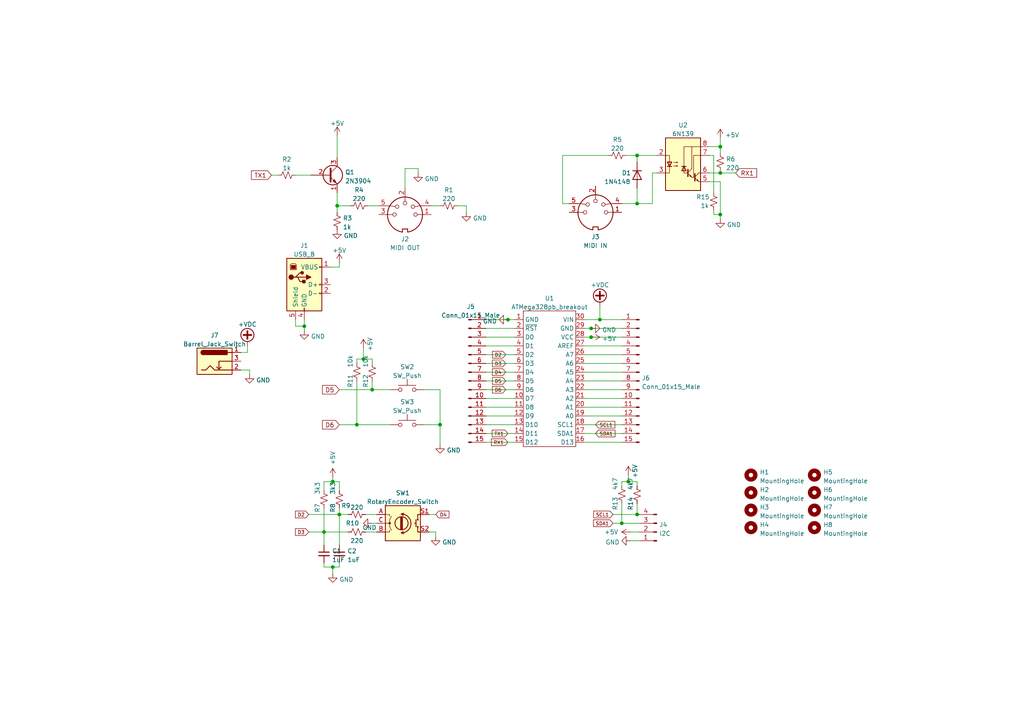
<source format=kicad_sch>
(kicad_sch (version 20211123) (generator eeschema)

  (uuid f658d8cd-af44-4786-b9f1-fc6205518a9a)

  (paper "A4")

  (lib_symbols
    (symbol "Connector:Barrel_Jack_Switch" (pin_names hide) (in_bom yes) (on_board yes)
      (property "Reference" "J" (id 0) (at 0 5.334 0)
        (effects (font (size 1.27 1.27)))
      )
      (property "Value" "Barrel_Jack_Switch" (id 1) (at 0 -5.08 0)
        (effects (font (size 1.27 1.27)))
      )
      (property "Footprint" "" (id 2) (at 1.27 -1.016 0)
        (effects (font (size 1.27 1.27)) hide)
      )
      (property "Datasheet" "~" (id 3) (at 1.27 -1.016 0)
        (effects (font (size 1.27 1.27)) hide)
      )
      (property "ki_keywords" "DC power barrel jack connector" (id 4) (at 0 0 0)
        (effects (font (size 1.27 1.27)) hide)
      )
      (property "ki_description" "DC Barrel Jack with an internal switch" (id 5) (at 0 0 0)
        (effects (font (size 1.27 1.27)) hide)
      )
      (property "ki_fp_filters" "BarrelJack*" (id 6) (at 0 0 0)
        (effects (font (size 1.27 1.27)) hide)
      )
      (symbol "Barrel_Jack_Switch_0_1"
        (rectangle (start -5.08 3.81) (end 5.08 -3.81)
          (stroke (width 0.254) (type default) (color 0 0 0 0))
          (fill (type background))
        )
        (arc (start -3.302 3.175) (mid -3.937 2.54) (end -3.302 1.905)
          (stroke (width 0.254) (type default) (color 0 0 0 0))
          (fill (type none))
        )
        (arc (start -3.302 3.175) (mid -3.937 2.54) (end -3.302 1.905)
          (stroke (width 0.254) (type default) (color 0 0 0 0))
          (fill (type outline))
        )
        (polyline
          (pts
            (xy 1.27 -2.286)
            (xy 1.905 -1.651)
          )
          (stroke (width 0.254) (type default) (color 0 0 0 0))
          (fill (type none))
        )
        (polyline
          (pts
            (xy 5.08 2.54)
            (xy 3.81 2.54)
          )
          (stroke (width 0.254) (type default) (color 0 0 0 0))
          (fill (type none))
        )
        (polyline
          (pts
            (xy 5.08 0)
            (xy 1.27 0)
            (xy 1.27 -2.286)
            (xy 0.635 -1.651)
          )
          (stroke (width 0.254) (type default) (color 0 0 0 0))
          (fill (type none))
        )
        (polyline
          (pts
            (xy -3.81 -2.54)
            (xy -2.54 -2.54)
            (xy -1.27 -1.27)
            (xy 0 -2.54)
            (xy 2.54 -2.54)
            (xy 5.08 -2.54)
          )
          (stroke (width 0.254) (type default) (color 0 0 0 0))
          (fill (type none))
        )
        (rectangle (start 3.683 3.175) (end -3.302 1.905)
          (stroke (width 0.254) (type default) (color 0 0 0 0))
          (fill (type outline))
        )
      )
      (symbol "Barrel_Jack_Switch_1_1"
        (pin passive line (at 7.62 2.54 180) (length 2.54)
          (name "~" (effects (font (size 1.27 1.27))))
          (number "1" (effects (font (size 1.27 1.27))))
        )
        (pin passive line (at 7.62 -2.54 180) (length 2.54)
          (name "~" (effects (font (size 1.27 1.27))))
          (number "2" (effects (font (size 1.27 1.27))))
        )
        (pin passive line (at 7.62 0 180) (length 2.54)
          (name "~" (effects (font (size 1.27 1.27))))
          (number "3" (effects (font (size 1.27 1.27))))
        )
      )
    )
    (symbol "Connector:Conn_01x04_Male" (pin_names (offset 1.016) hide) (in_bom yes) (on_board yes)
      (property "Reference" "J" (id 0) (at 0 5.08 0)
        (effects (font (size 1.27 1.27)))
      )
      (property "Value" "Conn_01x04_Male" (id 1) (at 0 -7.62 0)
        (effects (font (size 1.27 1.27)))
      )
      (property "Footprint" "" (id 2) (at 0 0 0)
        (effects (font (size 1.27 1.27)) hide)
      )
      (property "Datasheet" "~" (id 3) (at 0 0 0)
        (effects (font (size 1.27 1.27)) hide)
      )
      (property "ki_keywords" "connector" (id 4) (at 0 0 0)
        (effects (font (size 1.27 1.27)) hide)
      )
      (property "ki_description" "Generic connector, single row, 01x04, script generated (kicad-library-utils/schlib/autogen/connector/)" (id 5) (at 0 0 0)
        (effects (font (size 1.27 1.27)) hide)
      )
      (property "ki_fp_filters" "Connector*:*_1x??_*" (id 6) (at 0 0 0)
        (effects (font (size 1.27 1.27)) hide)
      )
      (symbol "Conn_01x04_Male_1_1"
        (polyline
          (pts
            (xy 1.27 -5.08)
            (xy 0.8636 -5.08)
          )
          (stroke (width 0.1524) (type default) (color 0 0 0 0))
          (fill (type none))
        )
        (polyline
          (pts
            (xy 1.27 -2.54)
            (xy 0.8636 -2.54)
          )
          (stroke (width 0.1524) (type default) (color 0 0 0 0))
          (fill (type none))
        )
        (polyline
          (pts
            (xy 1.27 0)
            (xy 0.8636 0)
          )
          (stroke (width 0.1524) (type default) (color 0 0 0 0))
          (fill (type none))
        )
        (polyline
          (pts
            (xy 1.27 2.54)
            (xy 0.8636 2.54)
          )
          (stroke (width 0.1524) (type default) (color 0 0 0 0))
          (fill (type none))
        )
        (rectangle (start 0.8636 -4.953) (end 0 -5.207)
          (stroke (width 0.1524) (type default) (color 0 0 0 0))
          (fill (type outline))
        )
        (rectangle (start 0.8636 -2.413) (end 0 -2.667)
          (stroke (width 0.1524) (type default) (color 0 0 0 0))
          (fill (type outline))
        )
        (rectangle (start 0.8636 0.127) (end 0 -0.127)
          (stroke (width 0.1524) (type default) (color 0 0 0 0))
          (fill (type outline))
        )
        (rectangle (start 0.8636 2.667) (end 0 2.413)
          (stroke (width 0.1524) (type default) (color 0 0 0 0))
          (fill (type outline))
        )
        (pin passive line (at 5.08 2.54 180) (length 3.81)
          (name "Pin_1" (effects (font (size 1.27 1.27))))
          (number "1" (effects (font (size 1.27 1.27))))
        )
        (pin passive line (at 5.08 0 180) (length 3.81)
          (name "Pin_2" (effects (font (size 1.27 1.27))))
          (number "2" (effects (font (size 1.27 1.27))))
        )
        (pin passive line (at 5.08 -2.54 180) (length 3.81)
          (name "Pin_3" (effects (font (size 1.27 1.27))))
          (number "3" (effects (font (size 1.27 1.27))))
        )
        (pin passive line (at 5.08 -5.08 180) (length 3.81)
          (name "Pin_4" (effects (font (size 1.27 1.27))))
          (number "4" (effects (font (size 1.27 1.27))))
        )
      )
    )
    (symbol "Connector:Conn_01x15_Male" (pin_names (offset 1.016) hide) (in_bom yes) (on_board yes)
      (property "Reference" "J" (id 0) (at 0 20.32 0)
        (effects (font (size 1.27 1.27)))
      )
      (property "Value" "Conn_01x15_Male" (id 1) (at 0 -20.32 0)
        (effects (font (size 1.27 1.27)))
      )
      (property "Footprint" "" (id 2) (at 0 0 0)
        (effects (font (size 1.27 1.27)) hide)
      )
      (property "Datasheet" "~" (id 3) (at 0 0 0)
        (effects (font (size 1.27 1.27)) hide)
      )
      (property "ki_keywords" "connector" (id 4) (at 0 0 0)
        (effects (font (size 1.27 1.27)) hide)
      )
      (property "ki_description" "Generic connector, single row, 01x15, script generated (kicad-library-utils/schlib/autogen/connector/)" (id 5) (at 0 0 0)
        (effects (font (size 1.27 1.27)) hide)
      )
      (property "ki_fp_filters" "Connector*:*_1x??_*" (id 6) (at 0 0 0)
        (effects (font (size 1.27 1.27)) hide)
      )
      (symbol "Conn_01x15_Male_1_1"
        (polyline
          (pts
            (xy 1.27 -17.78)
            (xy 0.8636 -17.78)
          )
          (stroke (width 0.1524) (type default) (color 0 0 0 0))
          (fill (type none))
        )
        (polyline
          (pts
            (xy 1.27 -15.24)
            (xy 0.8636 -15.24)
          )
          (stroke (width 0.1524) (type default) (color 0 0 0 0))
          (fill (type none))
        )
        (polyline
          (pts
            (xy 1.27 -12.7)
            (xy 0.8636 -12.7)
          )
          (stroke (width 0.1524) (type default) (color 0 0 0 0))
          (fill (type none))
        )
        (polyline
          (pts
            (xy 1.27 -10.16)
            (xy 0.8636 -10.16)
          )
          (stroke (width 0.1524) (type default) (color 0 0 0 0))
          (fill (type none))
        )
        (polyline
          (pts
            (xy 1.27 -7.62)
            (xy 0.8636 -7.62)
          )
          (stroke (width 0.1524) (type default) (color 0 0 0 0))
          (fill (type none))
        )
        (polyline
          (pts
            (xy 1.27 -5.08)
            (xy 0.8636 -5.08)
          )
          (stroke (width 0.1524) (type default) (color 0 0 0 0))
          (fill (type none))
        )
        (polyline
          (pts
            (xy 1.27 -2.54)
            (xy 0.8636 -2.54)
          )
          (stroke (width 0.1524) (type default) (color 0 0 0 0))
          (fill (type none))
        )
        (polyline
          (pts
            (xy 1.27 0)
            (xy 0.8636 0)
          )
          (stroke (width 0.1524) (type default) (color 0 0 0 0))
          (fill (type none))
        )
        (polyline
          (pts
            (xy 1.27 2.54)
            (xy 0.8636 2.54)
          )
          (stroke (width 0.1524) (type default) (color 0 0 0 0))
          (fill (type none))
        )
        (polyline
          (pts
            (xy 1.27 5.08)
            (xy 0.8636 5.08)
          )
          (stroke (width 0.1524) (type default) (color 0 0 0 0))
          (fill (type none))
        )
        (polyline
          (pts
            (xy 1.27 7.62)
            (xy 0.8636 7.62)
          )
          (stroke (width 0.1524) (type default) (color 0 0 0 0))
          (fill (type none))
        )
        (polyline
          (pts
            (xy 1.27 10.16)
            (xy 0.8636 10.16)
          )
          (stroke (width 0.1524) (type default) (color 0 0 0 0))
          (fill (type none))
        )
        (polyline
          (pts
            (xy 1.27 12.7)
            (xy 0.8636 12.7)
          )
          (stroke (width 0.1524) (type default) (color 0 0 0 0))
          (fill (type none))
        )
        (polyline
          (pts
            (xy 1.27 15.24)
            (xy 0.8636 15.24)
          )
          (stroke (width 0.1524) (type default) (color 0 0 0 0))
          (fill (type none))
        )
        (polyline
          (pts
            (xy 1.27 17.78)
            (xy 0.8636 17.78)
          )
          (stroke (width 0.1524) (type default) (color 0 0 0 0))
          (fill (type none))
        )
        (rectangle (start 0.8636 -17.653) (end 0 -17.907)
          (stroke (width 0.1524) (type default) (color 0 0 0 0))
          (fill (type outline))
        )
        (rectangle (start 0.8636 -15.113) (end 0 -15.367)
          (stroke (width 0.1524) (type default) (color 0 0 0 0))
          (fill (type outline))
        )
        (rectangle (start 0.8636 -12.573) (end 0 -12.827)
          (stroke (width 0.1524) (type default) (color 0 0 0 0))
          (fill (type outline))
        )
        (rectangle (start 0.8636 -10.033) (end 0 -10.287)
          (stroke (width 0.1524) (type default) (color 0 0 0 0))
          (fill (type outline))
        )
        (rectangle (start 0.8636 -7.493) (end 0 -7.747)
          (stroke (width 0.1524) (type default) (color 0 0 0 0))
          (fill (type outline))
        )
        (rectangle (start 0.8636 -4.953) (end 0 -5.207)
          (stroke (width 0.1524) (type default) (color 0 0 0 0))
          (fill (type outline))
        )
        (rectangle (start 0.8636 -2.413) (end 0 -2.667)
          (stroke (width 0.1524) (type default) (color 0 0 0 0))
          (fill (type outline))
        )
        (rectangle (start 0.8636 0.127) (end 0 -0.127)
          (stroke (width 0.1524) (type default) (color 0 0 0 0))
          (fill (type outline))
        )
        (rectangle (start 0.8636 2.667) (end 0 2.413)
          (stroke (width 0.1524) (type default) (color 0 0 0 0))
          (fill (type outline))
        )
        (rectangle (start 0.8636 5.207) (end 0 4.953)
          (stroke (width 0.1524) (type default) (color 0 0 0 0))
          (fill (type outline))
        )
        (rectangle (start 0.8636 7.747) (end 0 7.493)
          (stroke (width 0.1524) (type default) (color 0 0 0 0))
          (fill (type outline))
        )
        (rectangle (start 0.8636 10.287) (end 0 10.033)
          (stroke (width 0.1524) (type default) (color 0 0 0 0))
          (fill (type outline))
        )
        (rectangle (start 0.8636 12.827) (end 0 12.573)
          (stroke (width 0.1524) (type default) (color 0 0 0 0))
          (fill (type outline))
        )
        (rectangle (start 0.8636 15.367) (end 0 15.113)
          (stroke (width 0.1524) (type default) (color 0 0 0 0))
          (fill (type outline))
        )
        (rectangle (start 0.8636 17.907) (end 0 17.653)
          (stroke (width 0.1524) (type default) (color 0 0 0 0))
          (fill (type outline))
        )
        (pin passive line (at 5.08 17.78 180) (length 3.81)
          (name "Pin_1" (effects (font (size 1.27 1.27))))
          (number "1" (effects (font (size 1.27 1.27))))
        )
        (pin passive line (at 5.08 -5.08 180) (length 3.81)
          (name "Pin_10" (effects (font (size 1.27 1.27))))
          (number "10" (effects (font (size 1.27 1.27))))
        )
        (pin passive line (at 5.08 -7.62 180) (length 3.81)
          (name "Pin_11" (effects (font (size 1.27 1.27))))
          (number "11" (effects (font (size 1.27 1.27))))
        )
        (pin passive line (at 5.08 -10.16 180) (length 3.81)
          (name "Pin_12" (effects (font (size 1.27 1.27))))
          (number "12" (effects (font (size 1.27 1.27))))
        )
        (pin passive line (at 5.08 -12.7 180) (length 3.81)
          (name "Pin_13" (effects (font (size 1.27 1.27))))
          (number "13" (effects (font (size 1.27 1.27))))
        )
        (pin passive line (at 5.08 -15.24 180) (length 3.81)
          (name "Pin_14" (effects (font (size 1.27 1.27))))
          (number "14" (effects (font (size 1.27 1.27))))
        )
        (pin passive line (at 5.08 -17.78 180) (length 3.81)
          (name "Pin_15" (effects (font (size 1.27 1.27))))
          (number "15" (effects (font (size 1.27 1.27))))
        )
        (pin passive line (at 5.08 15.24 180) (length 3.81)
          (name "Pin_2" (effects (font (size 1.27 1.27))))
          (number "2" (effects (font (size 1.27 1.27))))
        )
        (pin passive line (at 5.08 12.7 180) (length 3.81)
          (name "Pin_3" (effects (font (size 1.27 1.27))))
          (number "3" (effects (font (size 1.27 1.27))))
        )
        (pin passive line (at 5.08 10.16 180) (length 3.81)
          (name "Pin_4" (effects (font (size 1.27 1.27))))
          (number "4" (effects (font (size 1.27 1.27))))
        )
        (pin passive line (at 5.08 7.62 180) (length 3.81)
          (name "Pin_5" (effects (font (size 1.27 1.27))))
          (number "5" (effects (font (size 1.27 1.27))))
        )
        (pin passive line (at 5.08 5.08 180) (length 3.81)
          (name "Pin_6" (effects (font (size 1.27 1.27))))
          (number "6" (effects (font (size 1.27 1.27))))
        )
        (pin passive line (at 5.08 2.54 180) (length 3.81)
          (name "Pin_7" (effects (font (size 1.27 1.27))))
          (number "7" (effects (font (size 1.27 1.27))))
        )
        (pin passive line (at 5.08 0 180) (length 3.81)
          (name "Pin_8" (effects (font (size 1.27 1.27))))
          (number "8" (effects (font (size 1.27 1.27))))
        )
        (pin passive line (at 5.08 -2.54 180) (length 3.81)
          (name "Pin_9" (effects (font (size 1.27 1.27))))
          (number "9" (effects (font (size 1.27 1.27))))
        )
      )
    )
    (symbol "Connector:DIN-5_180degree" (pin_names (offset 1.016)) (in_bom yes) (on_board yes)
      (property "Reference" "J" (id 0) (at 3.175 5.715 0)
        (effects (font (size 1.27 1.27)))
      )
      (property "Value" "DIN-5_180degree" (id 1) (at 0 -6.35 0)
        (effects (font (size 1.27 1.27)))
      )
      (property "Footprint" "" (id 2) (at 0 0 0)
        (effects (font (size 1.27 1.27)) hide)
      )
      (property "Datasheet" "http://www.mouser.com/ds/2/18/40_c091_abd_e-75918.pdf" (id 3) (at 0 0 0)
        (effects (font (size 1.27 1.27)) hide)
      )
      (property "ki_keywords" "circular DIN connector stereo audio" (id 4) (at 0 0 0)
        (effects (font (size 1.27 1.27)) hide)
      )
      (property "ki_description" "5-pin DIN connector (5-pin DIN-5 stereo)" (id 5) (at 0 0 0)
        (effects (font (size 1.27 1.27)) hide)
      )
      (property "ki_fp_filters" "DIN*" (id 6) (at 0 0 0)
        (effects (font (size 1.27 1.27)) hide)
      )
      (symbol "DIN-5_180degree_0_1"
        (arc (start -5.08 0) (mid -3.8609 -3.3364) (end -0.762 -5.08)
          (stroke (width 0.254) (type default) (color 0 0 0 0))
          (fill (type none))
        )
        (circle (center -3.048 0) (radius 0.508)
          (stroke (width 0) (type default) (color 0 0 0 0))
          (fill (type none))
        )
        (circle (center -2.286 2.286) (radius 0.508)
          (stroke (width 0) (type default) (color 0 0 0 0))
          (fill (type none))
        )
        (polyline
          (pts
            (xy -5.08 0)
            (xy -3.556 0)
          )
          (stroke (width 0) (type default) (color 0 0 0 0))
          (fill (type none))
        )
        (polyline
          (pts
            (xy 0 5.08)
            (xy 0 3.81)
          )
          (stroke (width 0) (type default) (color 0 0 0 0))
          (fill (type none))
        )
        (polyline
          (pts
            (xy 5.08 0)
            (xy 3.556 0)
          )
          (stroke (width 0) (type default) (color 0 0 0 0))
          (fill (type none))
        )
        (polyline
          (pts
            (xy -5.08 2.54)
            (xy -4.318 2.54)
            (xy -2.794 2.286)
          )
          (stroke (width 0) (type default) (color 0 0 0 0))
          (fill (type none))
        )
        (polyline
          (pts
            (xy 5.08 2.54)
            (xy 4.318 2.54)
            (xy 2.794 2.286)
          )
          (stroke (width 0) (type default) (color 0 0 0 0))
          (fill (type none))
        )
        (polyline
          (pts
            (xy -0.762 -4.953)
            (xy -0.762 -4.191)
            (xy 0.762 -4.191)
            (xy 0.762 -4.953)
          )
          (stroke (width 0.254) (type default) (color 0 0 0 0))
          (fill (type none))
        )
        (circle (center 0 3.302) (radius 0.508)
          (stroke (width 0) (type default) (color 0 0 0 0))
          (fill (type none))
        )
        (arc (start 0.762 -5.08) (mid 3.8685 -3.343) (end 5.08 0)
          (stroke (width 0.254) (type default) (color 0 0 0 0))
          (fill (type none))
        )
        (circle (center 2.286 2.286) (radius 0.508)
          (stroke (width 0) (type default) (color 0 0 0 0))
          (fill (type none))
        )
        (circle (center 3.048 0) (radius 0.508)
          (stroke (width 0) (type default) (color 0 0 0 0))
          (fill (type none))
        )
        (arc (start 5.08 0) (mid 0 5.08) (end -5.08 0)
          (stroke (width 0.254) (type default) (color 0 0 0 0))
          (fill (type none))
        )
      )
      (symbol "DIN-5_180degree_1_1"
        (pin passive line (at -7.62 0 0) (length 2.54)
          (name "~" (effects (font (size 1.27 1.27))))
          (number "1" (effects (font (size 1.27 1.27))))
        )
        (pin passive line (at 0 7.62 270) (length 2.54)
          (name "~" (effects (font (size 1.27 1.27))))
          (number "2" (effects (font (size 1.27 1.27))))
        )
        (pin passive line (at 7.62 0 180) (length 2.54)
          (name "~" (effects (font (size 1.27 1.27))))
          (number "3" (effects (font (size 1.27 1.27))))
        )
        (pin passive line (at -7.62 2.54 0) (length 2.54)
          (name "~" (effects (font (size 1.27 1.27))))
          (number "4" (effects (font (size 1.27 1.27))))
        )
        (pin passive line (at 7.62 2.54 180) (length 2.54)
          (name "~" (effects (font (size 1.27 1.27))))
          (number "5" (effects (font (size 1.27 1.27))))
        )
      )
    )
    (symbol "Connector:USB_B" (pin_names (offset 1.016)) (in_bom yes) (on_board yes)
      (property "Reference" "J" (id 0) (at -5.08 11.43 0)
        (effects (font (size 1.27 1.27)) (justify left))
      )
      (property "Value" "USB_B" (id 1) (at -5.08 8.89 0)
        (effects (font (size 1.27 1.27)) (justify left))
      )
      (property "Footprint" "" (id 2) (at 3.81 -1.27 0)
        (effects (font (size 1.27 1.27)) hide)
      )
      (property "Datasheet" " ~" (id 3) (at 3.81 -1.27 0)
        (effects (font (size 1.27 1.27)) hide)
      )
      (property "ki_keywords" "connector USB" (id 4) (at 0 0 0)
        (effects (font (size 1.27 1.27)) hide)
      )
      (property "ki_description" "USB Type B connector" (id 5) (at 0 0 0)
        (effects (font (size 1.27 1.27)) hide)
      )
      (property "ki_fp_filters" "USB*" (id 6) (at 0 0 0)
        (effects (font (size 1.27 1.27)) hide)
      )
      (symbol "USB_B_0_1"
        (rectangle (start -5.08 -7.62) (end 5.08 7.62)
          (stroke (width 0.254) (type default) (color 0 0 0 0))
          (fill (type background))
        )
        (circle (center -3.81 2.159) (radius 0.635)
          (stroke (width 0.254) (type default) (color 0 0 0 0))
          (fill (type outline))
        )
        (rectangle (start -3.81 5.588) (end -2.54 4.572)
          (stroke (width 0) (type default) (color 0 0 0 0))
          (fill (type outline))
        )
        (circle (center -0.635 3.429) (radius 0.381)
          (stroke (width 0.254) (type default) (color 0 0 0 0))
          (fill (type outline))
        )
        (rectangle (start -0.127 -7.62) (end 0.127 -6.858)
          (stroke (width 0) (type default) (color 0 0 0 0))
          (fill (type none))
        )
        (polyline
          (pts
            (xy -1.905 2.159)
            (xy 0.635 2.159)
          )
          (stroke (width 0.254) (type default) (color 0 0 0 0))
          (fill (type none))
        )
        (polyline
          (pts
            (xy -3.175 2.159)
            (xy -2.54 2.159)
            (xy -1.27 3.429)
            (xy -0.635 3.429)
          )
          (stroke (width 0.254) (type default) (color 0 0 0 0))
          (fill (type none))
        )
        (polyline
          (pts
            (xy -2.54 2.159)
            (xy -1.905 2.159)
            (xy -1.27 0.889)
            (xy 0 0.889)
          )
          (stroke (width 0.254) (type default) (color 0 0 0 0))
          (fill (type none))
        )
        (polyline
          (pts
            (xy 0.635 2.794)
            (xy 0.635 1.524)
            (xy 1.905 2.159)
            (xy 0.635 2.794)
          )
          (stroke (width 0.254) (type default) (color 0 0 0 0))
          (fill (type outline))
        )
        (polyline
          (pts
            (xy -4.064 4.318)
            (xy -2.286 4.318)
            (xy -2.286 5.715)
            (xy -2.667 6.096)
            (xy -3.683 6.096)
            (xy -4.064 5.715)
            (xy -4.064 4.318)
          )
          (stroke (width 0) (type default) (color 0 0 0 0))
          (fill (type none))
        )
        (rectangle (start 0.254 1.27) (end -0.508 0.508)
          (stroke (width 0.254) (type default) (color 0 0 0 0))
          (fill (type outline))
        )
        (rectangle (start 5.08 -2.667) (end 4.318 -2.413)
          (stroke (width 0) (type default) (color 0 0 0 0))
          (fill (type none))
        )
        (rectangle (start 5.08 -0.127) (end 4.318 0.127)
          (stroke (width 0) (type default) (color 0 0 0 0))
          (fill (type none))
        )
        (rectangle (start 5.08 4.953) (end 4.318 5.207)
          (stroke (width 0) (type default) (color 0 0 0 0))
          (fill (type none))
        )
      )
      (symbol "USB_B_1_1"
        (pin power_out line (at 7.62 5.08 180) (length 2.54)
          (name "VBUS" (effects (font (size 1.27 1.27))))
          (number "1" (effects (font (size 1.27 1.27))))
        )
        (pin bidirectional line (at 7.62 -2.54 180) (length 2.54)
          (name "D-" (effects (font (size 1.27 1.27))))
          (number "2" (effects (font (size 1.27 1.27))))
        )
        (pin bidirectional line (at 7.62 0 180) (length 2.54)
          (name "D+" (effects (font (size 1.27 1.27))))
          (number "3" (effects (font (size 1.27 1.27))))
        )
        (pin power_out line (at 0 -10.16 90) (length 2.54)
          (name "GND" (effects (font (size 1.27 1.27))))
          (number "4" (effects (font (size 1.27 1.27))))
        )
        (pin passive line (at -2.54 -10.16 90) (length 2.54)
          (name "Shield" (effects (font (size 1.27 1.27))))
          (number "5" (effects (font (size 1.27 1.27))))
        )
      )
    )
    (symbol "Device:C_Small" (pin_numbers hide) (pin_names (offset 0.254) hide) (in_bom yes) (on_board yes)
      (property "Reference" "C" (id 0) (at 0.254 1.778 0)
        (effects (font (size 1.27 1.27)) (justify left))
      )
      (property "Value" "C_Small" (id 1) (at 0.254 -2.032 0)
        (effects (font (size 1.27 1.27)) (justify left))
      )
      (property "Footprint" "" (id 2) (at 0 0 0)
        (effects (font (size 1.27 1.27)) hide)
      )
      (property "Datasheet" "~" (id 3) (at 0 0 0)
        (effects (font (size 1.27 1.27)) hide)
      )
      (property "ki_keywords" "capacitor cap" (id 4) (at 0 0 0)
        (effects (font (size 1.27 1.27)) hide)
      )
      (property "ki_description" "Unpolarized capacitor, small symbol" (id 5) (at 0 0 0)
        (effects (font (size 1.27 1.27)) hide)
      )
      (property "ki_fp_filters" "C_*" (id 6) (at 0 0 0)
        (effects (font (size 1.27 1.27)) hide)
      )
      (symbol "C_Small_0_1"
        (polyline
          (pts
            (xy -1.524 -0.508)
            (xy 1.524 -0.508)
          )
          (stroke (width 0.3302) (type default) (color 0 0 0 0))
          (fill (type none))
        )
        (polyline
          (pts
            (xy -1.524 0.508)
            (xy 1.524 0.508)
          )
          (stroke (width 0.3048) (type default) (color 0 0 0 0))
          (fill (type none))
        )
      )
      (symbol "C_Small_1_1"
        (pin passive line (at 0 2.54 270) (length 2.032)
          (name "~" (effects (font (size 1.27 1.27))))
          (number "1" (effects (font (size 1.27 1.27))))
        )
        (pin passive line (at 0 -2.54 90) (length 2.032)
          (name "~" (effects (font (size 1.27 1.27))))
          (number "2" (effects (font (size 1.27 1.27))))
        )
      )
    )
    (symbol "Device:R_Small_US" (pin_numbers hide) (pin_names (offset 0.254) hide) (in_bom yes) (on_board yes)
      (property "Reference" "R" (id 0) (at 0.762 0.508 0)
        (effects (font (size 1.27 1.27)) (justify left))
      )
      (property "Value" "R_Small_US" (id 1) (at 0.762 -1.016 0)
        (effects (font (size 1.27 1.27)) (justify left))
      )
      (property "Footprint" "" (id 2) (at 0 0 0)
        (effects (font (size 1.27 1.27)) hide)
      )
      (property "Datasheet" "~" (id 3) (at 0 0 0)
        (effects (font (size 1.27 1.27)) hide)
      )
      (property "ki_keywords" "r resistor" (id 4) (at 0 0 0)
        (effects (font (size 1.27 1.27)) hide)
      )
      (property "ki_description" "Resistor, small US symbol" (id 5) (at 0 0 0)
        (effects (font (size 1.27 1.27)) hide)
      )
      (property "ki_fp_filters" "R_*" (id 6) (at 0 0 0)
        (effects (font (size 1.27 1.27)) hide)
      )
      (symbol "R_Small_US_1_1"
        (polyline
          (pts
            (xy 0 0)
            (xy 1.016 -0.381)
            (xy 0 -0.762)
            (xy -1.016 -1.143)
            (xy 0 -1.524)
          )
          (stroke (width 0) (type default) (color 0 0 0 0))
          (fill (type none))
        )
        (polyline
          (pts
            (xy 0 1.524)
            (xy 1.016 1.143)
            (xy 0 0.762)
            (xy -1.016 0.381)
            (xy 0 0)
          )
          (stroke (width 0) (type default) (color 0 0 0 0))
          (fill (type none))
        )
        (pin passive line (at 0 2.54 270) (length 1.016)
          (name "~" (effects (font (size 1.27 1.27))))
          (number "1" (effects (font (size 1.27 1.27))))
        )
        (pin passive line (at 0 -2.54 90) (length 1.016)
          (name "~" (effects (font (size 1.27 1.27))))
          (number "2" (effects (font (size 1.27 1.27))))
        )
      )
    )
    (symbol "Device:RotaryEncoder_Switch" (pin_names (offset 0.254) hide) (in_bom yes) (on_board yes)
      (property "Reference" "SW" (id 0) (at 0 6.604 0)
        (effects (font (size 1.27 1.27)))
      )
      (property "Value" "RotaryEncoder_Switch" (id 1) (at 0 -6.604 0)
        (effects (font (size 1.27 1.27)))
      )
      (property "Footprint" "" (id 2) (at -3.81 4.064 0)
        (effects (font (size 1.27 1.27)) hide)
      )
      (property "Datasheet" "~" (id 3) (at 0 6.604 0)
        (effects (font (size 1.27 1.27)) hide)
      )
      (property "ki_keywords" "rotary switch encoder switch push button" (id 4) (at 0 0 0)
        (effects (font (size 1.27 1.27)) hide)
      )
      (property "ki_description" "Rotary encoder, dual channel, incremental quadrate outputs, with switch" (id 5) (at 0 0 0)
        (effects (font (size 1.27 1.27)) hide)
      )
      (property "ki_fp_filters" "RotaryEncoder*Switch*" (id 6) (at 0 0 0)
        (effects (font (size 1.27 1.27)) hide)
      )
      (symbol "RotaryEncoder_Switch_0_1"
        (rectangle (start -5.08 5.08) (end 5.08 -5.08)
          (stroke (width 0.254) (type default) (color 0 0 0 0))
          (fill (type background))
        )
        (circle (center -3.81 0) (radius 0.254)
          (stroke (width 0) (type default) (color 0 0 0 0))
          (fill (type outline))
        )
        (arc (start -0.381 -2.794) (mid 2.3622 -0.0508) (end -0.381 2.667)
          (stroke (width 0.254) (type default) (color 0 0 0 0))
          (fill (type none))
        )
        (circle (center -0.381 0) (radius 1.905)
          (stroke (width 0.254) (type default) (color 0 0 0 0))
          (fill (type none))
        )
        (polyline
          (pts
            (xy -0.635 -1.778)
            (xy -0.635 1.778)
          )
          (stroke (width 0.254) (type default) (color 0 0 0 0))
          (fill (type none))
        )
        (polyline
          (pts
            (xy -0.381 -1.778)
            (xy -0.381 1.778)
          )
          (stroke (width 0.254) (type default) (color 0 0 0 0))
          (fill (type none))
        )
        (polyline
          (pts
            (xy -0.127 1.778)
            (xy -0.127 -1.778)
          )
          (stroke (width 0.254) (type default) (color 0 0 0 0))
          (fill (type none))
        )
        (polyline
          (pts
            (xy 3.81 0)
            (xy 3.429 0)
          )
          (stroke (width 0.254) (type default) (color 0 0 0 0))
          (fill (type none))
        )
        (polyline
          (pts
            (xy 3.81 1.016)
            (xy 3.81 -1.016)
          )
          (stroke (width 0.254) (type default) (color 0 0 0 0))
          (fill (type none))
        )
        (polyline
          (pts
            (xy -5.08 -2.54)
            (xy -3.81 -2.54)
            (xy -3.81 -2.032)
          )
          (stroke (width 0) (type default) (color 0 0 0 0))
          (fill (type none))
        )
        (polyline
          (pts
            (xy -5.08 2.54)
            (xy -3.81 2.54)
            (xy -3.81 2.032)
          )
          (stroke (width 0) (type default) (color 0 0 0 0))
          (fill (type none))
        )
        (polyline
          (pts
            (xy 0.254 -3.048)
            (xy -0.508 -2.794)
            (xy 0.127 -2.413)
          )
          (stroke (width 0.254) (type default) (color 0 0 0 0))
          (fill (type none))
        )
        (polyline
          (pts
            (xy 0.254 2.921)
            (xy -0.508 2.667)
            (xy 0.127 2.286)
          )
          (stroke (width 0.254) (type default) (color 0 0 0 0))
          (fill (type none))
        )
        (polyline
          (pts
            (xy 5.08 -2.54)
            (xy 4.318 -2.54)
            (xy 4.318 -1.016)
          )
          (stroke (width 0.254) (type default) (color 0 0 0 0))
          (fill (type none))
        )
        (polyline
          (pts
            (xy 5.08 2.54)
            (xy 4.318 2.54)
            (xy 4.318 1.016)
          )
          (stroke (width 0.254) (type default) (color 0 0 0 0))
          (fill (type none))
        )
        (polyline
          (pts
            (xy -5.08 0)
            (xy -3.81 0)
            (xy -3.81 -1.016)
            (xy -3.302 -2.032)
          )
          (stroke (width 0) (type default) (color 0 0 0 0))
          (fill (type none))
        )
        (polyline
          (pts
            (xy -4.318 0)
            (xy -3.81 0)
            (xy -3.81 1.016)
            (xy -3.302 2.032)
          )
          (stroke (width 0) (type default) (color 0 0 0 0))
          (fill (type none))
        )
        (circle (center 4.318 -1.016) (radius 0.127)
          (stroke (width 0.254) (type default) (color 0 0 0 0))
          (fill (type none))
        )
        (circle (center 4.318 1.016) (radius 0.127)
          (stroke (width 0.254) (type default) (color 0 0 0 0))
          (fill (type none))
        )
      )
      (symbol "RotaryEncoder_Switch_1_1"
        (pin passive line (at -7.62 2.54 0) (length 2.54)
          (name "A" (effects (font (size 1.27 1.27))))
          (number "A" (effects (font (size 1.27 1.27))))
        )
        (pin passive line (at -7.62 -2.54 0) (length 2.54)
          (name "B" (effects (font (size 1.27 1.27))))
          (number "B" (effects (font (size 1.27 1.27))))
        )
        (pin passive line (at -7.62 0 0) (length 2.54)
          (name "C" (effects (font (size 1.27 1.27))))
          (number "C" (effects (font (size 1.27 1.27))))
        )
        (pin passive line (at 7.62 2.54 180) (length 2.54)
          (name "S1" (effects (font (size 1.27 1.27))))
          (number "S1" (effects (font (size 1.27 1.27))))
        )
        (pin passive line (at 7.62 -2.54 180) (length 2.54)
          (name "S2" (effects (font (size 1.27 1.27))))
          (number "S2" (effects (font (size 1.27 1.27))))
        )
      )
    )
    (symbol "Diode:1N4148" (pin_numbers hide) (pin_names (offset 1.016) hide) (in_bom yes) (on_board yes)
      (property "Reference" "D" (id 0) (at 0 2.54 0)
        (effects (font (size 1.27 1.27)))
      )
      (property "Value" "1N4148" (id 1) (at 0 -2.54 0)
        (effects (font (size 1.27 1.27)))
      )
      (property "Footprint" "Diode_THT:D_DO-35_SOD27_P7.62mm_Horizontal" (id 2) (at 0 -4.445 0)
        (effects (font (size 1.27 1.27)) hide)
      )
      (property "Datasheet" "https://assets.nexperia.com/documents/data-sheet/1N4148_1N4448.pdf" (id 3) (at 0 0 0)
        (effects (font (size 1.27 1.27)) hide)
      )
      (property "ki_keywords" "diode" (id 4) (at 0 0 0)
        (effects (font (size 1.27 1.27)) hide)
      )
      (property "ki_description" "100V 0.15A standard switching diode, DO-35" (id 5) (at 0 0 0)
        (effects (font (size 1.27 1.27)) hide)
      )
      (property "ki_fp_filters" "D*DO?35*" (id 6) (at 0 0 0)
        (effects (font (size 1.27 1.27)) hide)
      )
      (symbol "1N4148_0_1"
        (polyline
          (pts
            (xy -1.27 1.27)
            (xy -1.27 -1.27)
          )
          (stroke (width 0.254) (type default) (color 0 0 0 0))
          (fill (type none))
        )
        (polyline
          (pts
            (xy 1.27 0)
            (xy -1.27 0)
          )
          (stroke (width 0) (type default) (color 0 0 0 0))
          (fill (type none))
        )
        (polyline
          (pts
            (xy 1.27 1.27)
            (xy 1.27 -1.27)
            (xy -1.27 0)
            (xy 1.27 1.27)
          )
          (stroke (width 0.254) (type default) (color 0 0 0 0))
          (fill (type none))
        )
      )
      (symbol "1N4148_1_1"
        (pin passive line (at -3.81 0 0) (length 2.54)
          (name "K" (effects (font (size 1.27 1.27))))
          (number "1" (effects (font (size 1.27 1.27))))
        )
        (pin passive line (at 3.81 0 180) (length 2.54)
          (name "A" (effects (font (size 1.27 1.27))))
          (number "2" (effects (font (size 1.27 1.27))))
        )
      )
    )
    (symbol "EzerLonginus:ATMega328pb_breakout" (in_bom yes) (on_board yes)
      (property "Reference" "U" (id 0) (at -1.27 19.05 0)
        (effects (font (size 1.27 1.27)))
      )
      (property "Value" "ATMega328pb_breakout" (id 1) (at 0 16.51 0)
        (effects (font (size 1.27 1.27)))
      )
      (property "Footprint" "" (id 2) (at 0 0 0)
        (effects (font (size 1.27 1.27)) hide)
      )
      (property "Datasheet" "" (id 3) (at 0 0 0)
        (effects (font (size 1.27 1.27)) hide)
      )
      (symbol "ATMega328pb_breakout_0_1"
        (polyline
          (pts
            (xy -7.62 -24.13)
            (xy -7.62 15.24)
            (xy 7.62 15.24)
            (xy 7.62 -24.13)
            (xy -7.62 -24.13)
          )
          (stroke (width 0.1524) (type default) (color 0 0 0 0))
          (fill (type none))
        )
      )
      (symbol "ATMega328pb_breakout_1_1"
        (pin power_in line (at -10.16 12.7 0) (length 2.54)
          (name "GND" (effects (font (size 1.27 1.27))))
          (number "1" (effects (font (size 1.27 1.27))))
        )
        (pin bidirectional line (at -10.16 -10.16 0) (length 2.54)
          (name "D7" (effects (font (size 1.27 1.27))))
          (number "10" (effects (font (size 1.27 1.27))))
        )
        (pin bidirectional line (at -10.16 -12.7 0) (length 2.54)
          (name "D8" (effects (font (size 1.27 1.27))))
          (number "11" (effects (font (size 1.27 1.27))))
        )
        (pin bidirectional line (at -10.16 -15.24 0) (length 2.54)
          (name "D9" (effects (font (size 1.27 1.27))))
          (number "12" (effects (font (size 1.27 1.27))))
        )
        (pin bidirectional line (at -10.16 -17.78 0) (length 2.54)
          (name "D10" (effects (font (size 1.27 1.27))))
          (number "13" (effects (font (size 1.27 1.27))))
        )
        (pin bidirectional line (at -10.16 -20.32 0) (length 2.54)
          (name "D11" (effects (font (size 1.27 1.27))))
          (number "14" (effects (font (size 1.27 1.27))))
        )
        (pin bidirectional line (at -10.16 -22.86 0) (length 2.54)
          (name "D12" (effects (font (size 1.27 1.27))))
          (number "15" (effects (font (size 1.27 1.27))))
        )
        (pin bidirectional line (at 10.16 -22.86 180) (length 2.54)
          (name "D13" (effects (font (size 1.27 1.27))))
          (number "16" (effects (font (size 1.27 1.27))))
        )
        (pin bidirectional line (at 10.16 -20.32 180) (length 2.54)
          (name "SDA1" (effects (font (size 1.27 1.27))))
          (number "17" (effects (font (size 1.27 1.27))))
        )
        (pin bidirectional line (at 10.16 -17.78 180) (length 2.54)
          (name "SCL1" (effects (font (size 1.27 1.27))))
          (number "18" (effects (font (size 1.27 1.27))))
        )
        (pin input line (at 10.16 -15.24 180) (length 2.54)
          (name "A0" (effects (font (size 1.27 1.27))))
          (number "19" (effects (font (size 1.27 1.27))))
        )
        (pin input line (at -10.16 10.16 0) (length 2.54)
          (name "~{RST}" (effects (font (size 1.27 1.27))))
          (number "2" (effects (font (size 1.27 1.27))))
        )
        (pin input line (at 10.16 -12.7 180) (length 2.54)
          (name "A1" (effects (font (size 1.27 1.27))))
          (number "20" (effects (font (size 1.27 1.27))))
        )
        (pin input line (at 10.16 -10.16 180) (length 2.54)
          (name "A2" (effects (font (size 1.27 1.27))))
          (number "21" (effects (font (size 1.27 1.27))))
        )
        (pin input line (at 10.16 -7.62 180) (length 2.54)
          (name "A3" (effects (font (size 1.27 1.27))))
          (number "22" (effects (font (size 1.27 1.27))))
        )
        (pin input line (at 10.16 -5.08 180) (length 2.54)
          (name "A4" (effects (font (size 1.27 1.27))))
          (number "23" (effects (font (size 1.27 1.27))))
        )
        (pin input line (at 10.16 -2.54 180) (length 2.54)
          (name "A5" (effects (font (size 1.27 1.27))))
          (number "24" (effects (font (size 1.27 1.27))))
        )
        (pin input line (at 10.16 0 180) (length 2.54)
          (name "A6" (effects (font (size 1.27 1.27))))
          (number "25" (effects (font (size 1.27 1.27))))
        )
        (pin input line (at 10.16 2.54 180) (length 2.54)
          (name "A7" (effects (font (size 1.27 1.27))))
          (number "26" (effects (font (size 1.27 1.27))))
        )
        (pin input line (at 10.16 5.08 180) (length 2.54)
          (name "AREF" (effects (font (size 1.27 1.27))))
          (number "27" (effects (font (size 1.27 1.27))))
        )
        (pin power_in line (at 10.16 7.62 180) (length 2.54)
          (name "VCC" (effects (font (size 1.27 1.27))))
          (number "28" (effects (font (size 1.27 1.27))))
        )
        (pin power_in line (at 10.16 10.16 180) (length 2.54)
          (name "GND" (effects (font (size 1.27 1.27))))
          (number "29" (effects (font (size 1.27 1.27))))
        )
        (pin bidirectional line (at -10.16 7.62 0) (length 2.54)
          (name "D0" (effects (font (size 1.27 1.27))))
          (number "3" (effects (font (size 1.27 1.27))))
        )
        (pin power_in line (at 10.16 12.7 180) (length 2.54)
          (name "VIN" (effects (font (size 1.27 1.27))))
          (number "30" (effects (font (size 1.27 1.27))))
        )
        (pin bidirectional line (at -10.16 5.08 0) (length 2.54)
          (name "D1" (effects (font (size 1.27 1.27))))
          (number "4" (effects (font (size 1.27 1.27))))
        )
        (pin bidirectional line (at -10.16 2.54 0) (length 2.54)
          (name "D2" (effects (font (size 1.27 1.27))))
          (number "5" (effects (font (size 1.27 1.27))))
        )
        (pin bidirectional line (at -10.16 0 0) (length 2.54)
          (name "D3" (effects (font (size 1.27 1.27))))
          (number "6" (effects (font (size 1.27 1.27))))
        )
        (pin bidirectional line (at -10.16 -2.54 0) (length 2.54)
          (name "D4" (effects (font (size 1.27 1.27))))
          (number "7" (effects (font (size 1.27 1.27))))
        )
        (pin bidirectional line (at -10.16 -5.08 0) (length 2.54)
          (name "D5" (effects (font (size 1.27 1.27))))
          (number "8" (effects (font (size 1.27 1.27))))
        )
        (pin bidirectional line (at -10.16 -7.62 0) (length 2.54)
          (name "D6" (effects (font (size 1.27 1.27))))
          (number "9" (effects (font (size 1.27 1.27))))
        )
      )
    )
    (symbol "Isolator:6N139" (pin_names (offset 1.016) hide) (in_bom yes) (on_board yes)
      (property "Reference" "U" (id 0) (at -4.064 8.89 0)
        (effects (font (size 1.27 1.27)))
      )
      (property "Value" "6N139" (id 1) (at 2.286 8.89 0)
        (effects (font (size 1.27 1.27)))
      )
      (property "Footprint" "" (id 2) (at 7.366 -7.62 0)
        (effects (font (size 1.27 1.27)) hide)
      )
      (property "Datasheet" "http://www.onsemi.com/pub/Collateral/HCPL2731-D.pdf" (id 3) (at 7.366 -7.62 0)
        (effects (font (size 1.27 1.27)) hide)
      )
      (property "ki_keywords" "darlington optocoupler" (id 4) (at 0 0 0)
        (effects (font (size 1.27 1.27)) hide)
      )
      (property "ki_description" "Low Input Current high Gain Split Darlington Optocouplers, -0.5V to 18V VDD, DIP-8" (id 5) (at 0 0 0)
        (effects (font (size 1.27 1.27)) hide)
      )
      (property "ki_fp_filters" "DIP*W7.62mm* SMDIP*W9.53mm*" (id 6) (at 0 0 0)
        (effects (font (size 1.27 1.27)) hide)
      )
      (symbol "6N139_0_1"
        (rectangle (start -5.08 7.62) (end 5.08 -7.62)
          (stroke (width 0.254) (type default) (color 0 0 0 0))
          (fill (type background))
        )
        (polyline
          (pts
            (xy -4.572 -0.635)
            (xy -3.302 -0.635)
          )
          (stroke (width 0.254) (type default) (color 0 0 0 0))
          (fill (type none))
        )
        (polyline
          (pts
            (xy 0.889 -0.635)
            (xy -0.381 -0.635)
          )
          (stroke (width 0.254) (type default) (color 0 0 0 0))
          (fill (type none))
        )
        (polyline
          (pts
            (xy 1.397 -2.667)
            (xy 2.54 -3.81)
          )
          (stroke (width 0) (type default) (color 0 0 0 0))
          (fill (type none))
        )
        (polyline
          (pts
            (xy 1.397 -2.413)
            (xy 2.54 -1.27)
          )
          (stroke (width 0) (type default) (color 0 0 0 0))
          (fill (type none))
        )
        (polyline
          (pts
            (xy 2.54 -3.81)
            (xy 3.175 -3.81)
          )
          (stroke (width 0) (type default) (color 0 0 0 0))
          (fill (type none))
        )
        (polyline
          (pts
            (xy 3.429 -3.937)
            (xy 4.572 -5.08)
          )
          (stroke (width 0) (type default) (color 0 0 0 0))
          (fill (type none))
        )
        (polyline
          (pts
            (xy 3.429 -3.683)
            (xy 4.572 -2.54)
          )
          (stroke (width 0) (type default) (color 0 0 0 0))
          (fill (type none))
        )
        (polyline
          (pts
            (xy 4.572 -5.08)
            (xy 5.08 -5.08)
          )
          (stroke (width 0) (type default) (color 0 0 0 0))
          (fill (type none))
        )
        (polyline
          (pts
            (xy 4.572 -2.54)
            (xy 5.08 -2.54)
          )
          (stroke (width 0) (type default) (color 0 0 0 0))
          (fill (type none))
        )
        (polyline
          (pts
            (xy 1.397 -1.524)
            (xy 1.397 -3.556)
            (xy 1.397 -3.556)
          )
          (stroke (width 0.3556) (type default) (color 0 0 0 0))
          (fill (type none))
        )
        (polyline
          (pts
            (xy 2.54 -1.27)
            (xy 2.54 5.08)
            (xy 5.08 5.08)
          )
          (stroke (width 0) (type default) (color 0 0 0 0))
          (fill (type none))
        )
        (polyline
          (pts
            (xy 3.429 -2.794)
            (xy 3.429 -4.826)
            (xy 3.429 -4.826)
          )
          (stroke (width 0.3556) (type default) (color 0 0 0 0))
          (fill (type none))
        )
        (polyline
          (pts
            (xy 5.08 2.54)
            (xy 3.048 2.54)
            (xy 3.048 -3.81)
          )
          (stroke (width 0) (type default) (color 0 0 0 0))
          (fill (type none))
        )
        (polyline
          (pts
            (xy -5.08 -2.54)
            (xy -3.937 -2.54)
            (xy -3.937 2.54)
            (xy -5.08 2.54)
          )
          (stroke (width 0) (type default) (color 0 0 0 0))
          (fill (type none))
        )
        (polyline
          (pts
            (xy -3.937 -0.635)
            (xy -4.572 0.635)
            (xy -3.302 0.635)
            (xy -3.937 -0.635)
          )
          (stroke (width 0.254) (type default) (color 0 0 0 0))
          (fill (type none))
        )
        (polyline
          (pts
            (xy 0.254 -0.635)
            (xy 0.889 -1.905)
            (xy -0.381 -1.905)
            (xy 0.254 -0.635)
          )
          (stroke (width 0.254) (type default) (color 0 0 0 0))
          (fill (type none))
        )
        (polyline
          (pts
            (xy 1.27 -2.54)
            (xy 0.254 -2.54)
            (xy 0.254 5.08)
            (xy 2.54 5.08)
          )
          (stroke (width 0) (type default) (color 0 0 0 0))
          (fill (type none))
        )
        (polyline
          (pts
            (xy 2.413 -3.683)
            (xy 2.159 -3.175)
            (xy 1.905 -3.429)
            (xy 2.413 -3.683)
          )
          (stroke (width 0) (type default) (color 0 0 0 0))
          (fill (type none))
        )
        (polyline
          (pts
            (xy 4.445 -4.953)
            (xy 4.191 -4.445)
            (xy 3.937 -4.699)
            (xy 4.445 -4.953)
          )
          (stroke (width 0) (type default) (color 0 0 0 0))
          (fill (type none))
        )
        (polyline
          (pts
            (xy -2.794 -0.508)
            (xy -1.524 -0.508)
            (xy -1.905 -0.635)
            (xy -1.905 -0.381)
            (xy -1.524 -0.508)
          )
          (stroke (width 0) (type default) (color 0 0 0 0))
          (fill (type none))
        )
        (polyline
          (pts
            (xy -2.794 0.508)
            (xy -1.524 0.508)
            (xy -1.905 0.381)
            (xy -1.905 0.635)
            (xy -1.524 0.508)
          )
          (stroke (width 0) (type default) (color 0 0 0 0))
          (fill (type none))
        )
      )
      (symbol "6N139_1_1"
        (pin no_connect line (at -5.08 5.08 0) (length 2.54) hide
          (name "NC" (effects (font (size 1.27 1.27))))
          (number "1" (effects (font (size 1.27 1.27))))
        )
        (pin passive line (at -7.62 2.54 0) (length 2.54)
          (name "C1" (effects (font (size 1.27 1.27))))
          (number "2" (effects (font (size 1.27 1.27))))
        )
        (pin passive line (at -7.62 -2.54 0) (length 2.54)
          (name "C2" (effects (font (size 1.27 1.27))))
          (number "3" (effects (font (size 1.27 1.27))))
        )
        (pin no_connect line (at -5.08 -5.08 0) (length 2.54) hide
          (name "NC" (effects (font (size 1.27 1.27))))
          (number "4" (effects (font (size 1.27 1.27))))
        )
        (pin passive line (at 7.62 -5.08 180) (length 2.54)
          (name "GND" (effects (font (size 1.27 1.27))))
          (number "5" (effects (font (size 1.27 1.27))))
        )
        (pin passive line (at 7.62 -2.54 180) (length 2.54)
          (name "VO2" (effects (font (size 1.27 1.27))))
          (number "6" (effects (font (size 1.27 1.27))))
        )
        (pin passive line (at 7.62 2.54 180) (length 2.54)
          (name "VO1" (effects (font (size 1.27 1.27))))
          (number "7" (effects (font (size 1.27 1.27))))
        )
        (pin passive line (at 7.62 5.08 180) (length 2.54)
          (name "VCC" (effects (font (size 1.27 1.27))))
          (number "8" (effects (font (size 1.27 1.27))))
        )
      )
    )
    (symbol "Mechanical:MountingHole" (pin_names (offset 1.016)) (in_bom yes) (on_board yes)
      (property "Reference" "H" (id 0) (at 0 5.08 0)
        (effects (font (size 1.27 1.27)))
      )
      (property "Value" "MountingHole" (id 1) (at 0 3.175 0)
        (effects (font (size 1.27 1.27)))
      )
      (property "Footprint" "" (id 2) (at 0 0 0)
        (effects (font (size 1.27 1.27)) hide)
      )
      (property "Datasheet" "~" (id 3) (at 0 0 0)
        (effects (font (size 1.27 1.27)) hide)
      )
      (property "ki_keywords" "mounting hole" (id 4) (at 0 0 0)
        (effects (font (size 1.27 1.27)) hide)
      )
      (property "ki_description" "Mounting Hole without connection" (id 5) (at 0 0 0)
        (effects (font (size 1.27 1.27)) hide)
      )
      (property "ki_fp_filters" "MountingHole*" (id 6) (at 0 0 0)
        (effects (font (size 1.27 1.27)) hide)
      )
      (symbol "MountingHole_0_1"
        (circle (center 0 0) (radius 1.27)
          (stroke (width 1.27) (type default) (color 0 0 0 0))
          (fill (type none))
        )
      )
    )
    (symbol "Switch:SW_Push" (pin_numbers hide) (pin_names (offset 1.016) hide) (in_bom yes) (on_board yes)
      (property "Reference" "SW" (id 0) (at 1.27 2.54 0)
        (effects (font (size 1.27 1.27)) (justify left))
      )
      (property "Value" "SW_Push" (id 1) (at 0 -1.524 0)
        (effects (font (size 1.27 1.27)))
      )
      (property "Footprint" "" (id 2) (at 0 5.08 0)
        (effects (font (size 1.27 1.27)) hide)
      )
      (property "Datasheet" "~" (id 3) (at 0 5.08 0)
        (effects (font (size 1.27 1.27)) hide)
      )
      (property "ki_keywords" "switch normally-open pushbutton push-button" (id 4) (at 0 0 0)
        (effects (font (size 1.27 1.27)) hide)
      )
      (property "ki_description" "Push button switch, generic, two pins" (id 5) (at 0 0 0)
        (effects (font (size 1.27 1.27)) hide)
      )
      (symbol "SW_Push_0_1"
        (circle (center -2.032 0) (radius 0.508)
          (stroke (width 0) (type default) (color 0 0 0 0))
          (fill (type none))
        )
        (polyline
          (pts
            (xy 0 1.27)
            (xy 0 3.048)
          )
          (stroke (width 0) (type default) (color 0 0 0 0))
          (fill (type none))
        )
        (polyline
          (pts
            (xy 2.54 1.27)
            (xy -2.54 1.27)
          )
          (stroke (width 0) (type default) (color 0 0 0 0))
          (fill (type none))
        )
        (circle (center 2.032 0) (radius 0.508)
          (stroke (width 0) (type default) (color 0 0 0 0))
          (fill (type none))
        )
        (pin passive line (at -5.08 0 0) (length 2.54)
          (name "1" (effects (font (size 1.27 1.27))))
          (number "1" (effects (font (size 1.27 1.27))))
        )
        (pin passive line (at 5.08 0 180) (length 2.54)
          (name "2" (effects (font (size 1.27 1.27))))
          (number "2" (effects (font (size 1.27 1.27))))
        )
      )
    )
    (symbol "Transistor_BJT:2N3904" (pin_names (offset 0) hide) (in_bom yes) (on_board yes)
      (property "Reference" "Q" (id 0) (at 5.08 1.905 0)
        (effects (font (size 1.27 1.27)) (justify left))
      )
      (property "Value" "2N3904" (id 1) (at 5.08 0 0)
        (effects (font (size 1.27 1.27)) (justify left))
      )
      (property "Footprint" "Package_TO_SOT_THT:TO-92_Inline" (id 2) (at 5.08 -1.905 0)
        (effects (font (size 1.27 1.27) italic) (justify left) hide)
      )
      (property "Datasheet" "https://www.onsemi.com/pub/Collateral/2N3903-D.PDF" (id 3) (at 0 0 0)
        (effects (font (size 1.27 1.27)) (justify left) hide)
      )
      (property "ki_keywords" "NPN Transistor" (id 4) (at 0 0 0)
        (effects (font (size 1.27 1.27)) hide)
      )
      (property "ki_description" "0.2A Ic, 40V Vce, Small Signal NPN Transistor, TO-92" (id 5) (at 0 0 0)
        (effects (font (size 1.27 1.27)) hide)
      )
      (property "ki_fp_filters" "TO?92*" (id 6) (at 0 0 0)
        (effects (font (size 1.27 1.27)) hide)
      )
      (symbol "2N3904_0_1"
        (polyline
          (pts
            (xy 0.635 0.635)
            (xy 2.54 2.54)
          )
          (stroke (width 0) (type default) (color 0 0 0 0))
          (fill (type none))
        )
        (polyline
          (pts
            (xy 0.635 -0.635)
            (xy 2.54 -2.54)
            (xy 2.54 -2.54)
          )
          (stroke (width 0) (type default) (color 0 0 0 0))
          (fill (type none))
        )
        (polyline
          (pts
            (xy 0.635 1.905)
            (xy 0.635 -1.905)
            (xy 0.635 -1.905)
          )
          (stroke (width 0.508) (type default) (color 0 0 0 0))
          (fill (type none))
        )
        (polyline
          (pts
            (xy 1.27 -1.778)
            (xy 1.778 -1.27)
            (xy 2.286 -2.286)
            (xy 1.27 -1.778)
            (xy 1.27 -1.778)
          )
          (stroke (width 0) (type default) (color 0 0 0 0))
          (fill (type outline))
        )
        (circle (center 1.27 0) (radius 2.8194)
          (stroke (width 0.254) (type default) (color 0 0 0 0))
          (fill (type none))
        )
      )
      (symbol "2N3904_1_1"
        (pin passive line (at 2.54 -5.08 90) (length 2.54)
          (name "E" (effects (font (size 1.27 1.27))))
          (number "1" (effects (font (size 1.27 1.27))))
        )
        (pin passive line (at -5.08 0 0) (length 5.715)
          (name "B" (effects (font (size 1.27 1.27))))
          (number "2" (effects (font (size 1.27 1.27))))
        )
        (pin passive line (at 2.54 5.08 270) (length 2.54)
          (name "C" (effects (font (size 1.27 1.27))))
          (number "3" (effects (font (size 1.27 1.27))))
        )
      )
    )
    (symbol "power:+5V" (power) (pin_names (offset 0)) (in_bom yes) (on_board yes)
      (property "Reference" "#PWR" (id 0) (at 0 -3.81 0)
        (effects (font (size 1.27 1.27)) hide)
      )
      (property "Value" "+5V" (id 1) (at 0 3.556 0)
        (effects (font (size 1.27 1.27)))
      )
      (property "Footprint" "" (id 2) (at 0 0 0)
        (effects (font (size 1.27 1.27)) hide)
      )
      (property "Datasheet" "" (id 3) (at 0 0 0)
        (effects (font (size 1.27 1.27)) hide)
      )
      (property "ki_keywords" "power-flag" (id 4) (at 0 0 0)
        (effects (font (size 1.27 1.27)) hide)
      )
      (property "ki_description" "Power symbol creates a global label with name \"+5V\"" (id 5) (at 0 0 0)
        (effects (font (size 1.27 1.27)) hide)
      )
      (symbol "+5V_0_1"
        (polyline
          (pts
            (xy -0.762 1.27)
            (xy 0 2.54)
          )
          (stroke (width 0) (type default) (color 0 0 0 0))
          (fill (type none))
        )
        (polyline
          (pts
            (xy 0 0)
            (xy 0 2.54)
          )
          (stroke (width 0) (type default) (color 0 0 0 0))
          (fill (type none))
        )
        (polyline
          (pts
            (xy 0 2.54)
            (xy 0.762 1.27)
          )
          (stroke (width 0) (type default) (color 0 0 0 0))
          (fill (type none))
        )
      )
      (symbol "+5V_1_1"
        (pin power_in line (at 0 0 90) (length 0) hide
          (name "+5V" (effects (font (size 1.27 1.27))))
          (number "1" (effects (font (size 1.27 1.27))))
        )
      )
    )
    (symbol "power:+VDC" (power) (pin_names (offset 0)) (in_bom yes) (on_board yes)
      (property "Reference" "#PWR" (id 0) (at 0 -2.54 0)
        (effects (font (size 1.27 1.27)) hide)
      )
      (property "Value" "+VDC" (id 1) (at 0 6.35 0)
        (effects (font (size 1.27 1.27)))
      )
      (property "Footprint" "" (id 2) (at 0 0 0)
        (effects (font (size 1.27 1.27)) hide)
      )
      (property "Datasheet" "" (id 3) (at 0 0 0)
        (effects (font (size 1.27 1.27)) hide)
      )
      (property "ki_keywords" "power-flag" (id 4) (at 0 0 0)
        (effects (font (size 1.27 1.27)) hide)
      )
      (property "ki_description" "Power symbol creates a global label with name \"+VDC\"" (id 5) (at 0 0 0)
        (effects (font (size 1.27 1.27)) hide)
      )
      (symbol "+VDC_0_1"
        (polyline
          (pts
            (xy -1.143 3.175)
            (xy 1.143 3.175)
          )
          (stroke (width 0.508) (type default) (color 0 0 0 0))
          (fill (type none))
        )
        (polyline
          (pts
            (xy 0 0)
            (xy 0 1.27)
          )
          (stroke (width 0) (type default) (color 0 0 0 0))
          (fill (type none))
        )
        (polyline
          (pts
            (xy 0 2.032)
            (xy 0 4.318)
          )
          (stroke (width 0.508) (type default) (color 0 0 0 0))
          (fill (type none))
        )
        (circle (center 0 3.175) (radius 1.905)
          (stroke (width 0.254) (type default) (color 0 0 0 0))
          (fill (type none))
        )
      )
      (symbol "+VDC_1_1"
        (pin power_in line (at 0 0 90) (length 0) hide
          (name "+VDC" (effects (font (size 1.27 1.27))))
          (number "1" (effects (font (size 1.27 1.27))))
        )
      )
    )
    (symbol "power:GND" (power) (pin_names (offset 0)) (in_bom yes) (on_board yes)
      (property "Reference" "#PWR" (id 0) (at 0 -6.35 0)
        (effects (font (size 1.27 1.27)) hide)
      )
      (property "Value" "GND" (id 1) (at 0 -3.81 0)
        (effects (font (size 1.27 1.27)))
      )
      (property "Footprint" "" (id 2) (at 0 0 0)
        (effects (font (size 1.27 1.27)) hide)
      )
      (property "Datasheet" "" (id 3) (at 0 0 0)
        (effects (font (size 1.27 1.27)) hide)
      )
      (property "ki_keywords" "power-flag" (id 4) (at 0 0 0)
        (effects (font (size 1.27 1.27)) hide)
      )
      (property "ki_description" "Power symbol creates a global label with name \"GND\" , ground" (id 5) (at 0 0 0)
        (effects (font (size 1.27 1.27)) hide)
      )
      (symbol "GND_0_1"
        (polyline
          (pts
            (xy 0 0)
            (xy 0 -1.27)
            (xy 1.27 -1.27)
            (xy 0 -2.54)
            (xy -1.27 -1.27)
            (xy 0 -1.27)
          )
          (stroke (width 0) (type default) (color 0 0 0 0))
          (fill (type none))
        )
      )
      (symbol "GND_1_1"
        (pin power_in line (at 0 0 270) (length 0) hide
          (name "GND" (effects (font (size 1.27 1.27))))
          (number "1" (effects (font (size 1.27 1.27))))
        )
      )
    )
  )

  (junction (at 182.245 139.7) (diameter 0) (color 0 0 0 0)
    (uuid 0410097f-ab80-4340-8e84-d1aa61034dcc)
  )
  (junction (at 184.785 149.225) (diameter 0) (color 0 0 0 0)
    (uuid 06875463-d293-4aa1-85c7-70979f60a0cb)
  )
  (junction (at 173.99 92.71) (diameter 0) (color 0 0 0 0)
    (uuid 0fc52ccb-ff1a-4646-b542-24d2dbc2d6af)
  )
  (junction (at 127.635 123.19) (diameter 0) (color 0 0 0 0)
    (uuid 25470412-1281-4063-bbac-a14ae92561c9)
  )
  (junction (at 184.785 45.085) (diameter 0) (color 0 0 0 0)
    (uuid 2e88a8ce-a397-4ed6-ad40-61177a8c6ead)
  )
  (junction (at 88.265 94.615) (diameter 0) (color 0 0 0 0)
    (uuid 3551f803-1f78-447d-a2f5-973753a960a0)
  )
  (junction (at 105.41 104.14) (diameter 0) (color 0 0 0 0)
    (uuid 38982fac-cbae-4b14-b8e4-ae7e8107f401)
  )
  (junction (at 171.45 97.79) (diameter 0) (color 0 0 0 0)
    (uuid 493bb507-53eb-4b59-929a-373333b989d4)
  )
  (junction (at 107.95 113.03) (diameter 0) (color 0 0 0 0)
    (uuid 4f2856c8-904d-400f-87cd-b6ec89de4e8d)
  )
  (junction (at 208.915 42.545) (diameter 0) (color 0 0 0 0)
    (uuid 5ef4da2f-629d-4fc8-8098-cc0b1fae6584)
  )
  (junction (at 98.425 149.225) (diameter 0) (color 0 0 0 0)
    (uuid 610a578a-e9b3-47da-8073-5b65356dbe1a)
  )
  (junction (at 93.98 154.305) (diameter 0) (color 0 0 0 0)
    (uuid 7a3a8f6e-00d7-4834-888f-74196fba742b)
  )
  (junction (at 96.52 139.7) (diameter 0) (color 0 0 0 0)
    (uuid 9d67baa9-609a-41df-a019-68f122212a9b)
  )
  (junction (at 208.915 62.23) (diameter 0) (color 0 0 0 0)
    (uuid aa5d12b4-8e27-4228-864d-10ab3fd87e0a)
  )
  (junction (at 147.32 92.71) (diameter 0) (color 0 0 0 0)
    (uuid b455cfa1-a509-49de-bbb4-3fdde2905530)
  )
  (junction (at 184.785 59.055) (diameter 0) (color 0 0 0 0)
    (uuid c4126d4f-23ee-49af-a0be-73f9041d5c22)
  )
  (junction (at 180.34 151.765) (diameter 0) (color 0 0 0 0)
    (uuid c7a8ac6d-c701-494c-9496-dd19219d88fc)
  )
  (junction (at 171.45 95.25) (diameter 0) (color 0 0 0 0)
    (uuid c9813d7e-b303-475a-b1ed-e57fe4630b1d)
  )
  (junction (at 103.505 123.19) (diameter 0) (color 0 0 0 0)
    (uuid d9d86a7f-5611-49b1-8b09-5304ce0908d9)
  )
  (junction (at 96.52 164.465) (diameter 0) (color 0 0 0 0)
    (uuid e01bdb04-22ae-4a12-a958-006e8bb334b0)
  )
  (junction (at 208.915 50.165) (diameter 0) (color 0 0 0 0)
    (uuid ef100882-835f-48bb-94c1-1fa067c657e6)
  )
  (junction (at 97.79 59.69) (diameter 0) (color 0 0 0 0)
    (uuid f824e10d-05ba-47d1-9132-d29f7cde21ff)
  )

  (wire (pts (xy 208.915 42.545) (xy 208.915 44.45))
    (stroke (width 0) (type default) (color 0 0 0 0))
    (uuid 029b6f1a-f9cb-4fa5-900a-a803fa64e29a)
  )
  (wire (pts (xy 169.545 123.19) (xy 180.34 123.19))
    (stroke (width 0) (type default) (color 0 0 0 0))
    (uuid 0338dd84-a5b3-49c9-9bc1-087aee8f3d23)
  )
  (wire (pts (xy 169.545 102.87) (xy 180.34 102.87))
    (stroke (width 0) (type default) (color 0 0 0 0))
    (uuid 0401e4d0-6f3a-4d87-b268-abfcfdb3d238)
  )
  (wire (pts (xy 127.635 123.19) (xy 127.635 128.905))
    (stroke (width 0) (type default) (color 0 0 0 0))
    (uuid 063d8178-a064-421c-affb-0450c2c50b5f)
  )
  (wire (pts (xy 180.34 140.97) (xy 180.34 139.7))
    (stroke (width 0) (type default) (color 0 0 0 0))
    (uuid 06ba6c7c-2e80-433f-8865-c7f1e33d0901)
  )
  (wire (pts (xy 121.285 48.895) (xy 121.285 50.165))
    (stroke (width 0) (type default) (color 0 0 0 0))
    (uuid 07e02461-ac03-48ed-8ee3-deb6ec664bc2)
  )
  (wire (pts (xy 105.41 104.14) (xy 107.95 104.14))
    (stroke (width 0) (type default) (color 0 0 0 0))
    (uuid 07f8ca8e-ac00-44d9-8115-3c7232d24dcc)
  )
  (wire (pts (xy 96.52 164.465) (xy 96.52 166.37))
    (stroke (width 0) (type default) (color 0 0 0 0))
    (uuid 0a3ad1a7-412f-4c72-ad85-46b56cb94e07)
  )
  (wire (pts (xy 140.97 115.57) (xy 149.225 115.57))
    (stroke (width 0) (type default) (color 0 0 0 0))
    (uuid 0b281e57-599a-4b30-8662-a82724ab4f76)
  )
  (wire (pts (xy 117.475 48.895) (xy 117.475 54.61))
    (stroke (width 0) (type default) (color 0 0 0 0))
    (uuid 0d3fd3b3-9fc5-4ef1-a9f2-83e841e7e478)
  )
  (wire (pts (xy 169.545 113.03) (xy 180.34 113.03))
    (stroke (width 0) (type default) (color 0 0 0 0))
    (uuid 0e0eb649-1ec4-4100-848d-585809069bee)
  )
  (wire (pts (xy 107.95 104.14) (xy 107.95 105.41))
    (stroke (width 0) (type default) (color 0 0 0 0))
    (uuid 0f1bdfca-3a23-4d82-a6ce-5fc5dd9a3bc2)
  )
  (wire (pts (xy 125.095 59.69) (xy 127.635 59.69))
    (stroke (width 0) (type default) (color 0 0 0 0))
    (uuid 0fc0a254-0600-424e-85f2-e1c1e5c3020f)
  )
  (wire (pts (xy 103.505 105.41) (xy 103.505 104.14))
    (stroke (width 0) (type default) (color 0 0 0 0))
    (uuid 100ba84b-7b46-40a0-b384-e0a5a6bd8df5)
  )
  (wire (pts (xy 106.045 154.305) (xy 109.22 154.305))
    (stroke (width 0) (type default) (color 0 0 0 0))
    (uuid 10c6bf54-b815-4d2d-9158-1716e765c96a)
  )
  (wire (pts (xy 169.545 100.33) (xy 180.34 100.33))
    (stroke (width 0) (type default) (color 0 0 0 0))
    (uuid 16aa826e-f9be-4b37-a426-0be0835cc5f6)
  )
  (wire (pts (xy 98.425 164.465) (xy 98.425 163.195))
    (stroke (width 0) (type default) (color 0 0 0 0))
    (uuid 16b4c723-fa53-42da-9ac9-6e63717bd5ca)
  )
  (wire (pts (xy 105.41 100.965) (xy 105.41 104.14))
    (stroke (width 0) (type default) (color 0 0 0 0))
    (uuid 17ca44eb-6807-4d48-b0d6-6fb43b317169)
  )
  (wire (pts (xy 93.98 147.32) (xy 93.98 154.305))
    (stroke (width 0) (type default) (color 0 0 0 0))
    (uuid 1a3fb19a-bf6c-41b1-b16d-60ae96879d05)
  )
  (wire (pts (xy 98.425 77.47) (xy 98.425 76.2))
    (stroke (width 0) (type default) (color 0 0 0 0))
    (uuid 1a899e87-d74e-4e03-a11b-8c425de9db7c)
  )
  (wire (pts (xy 97.79 59.69) (xy 97.79 61.595))
    (stroke (width 0) (type default) (color 0 0 0 0))
    (uuid 1c0cf7a1-9973-4af4-a2a5-ea95ace0e0cb)
  )
  (wire (pts (xy 78.74 50.8) (xy 80.645 50.8))
    (stroke (width 0) (type default) (color 0 0 0 0))
    (uuid 1cea5c89-4e6d-4a17-b923-37b74cd4680c)
  )
  (wire (pts (xy 127.635 113.03) (xy 127.635 123.19))
    (stroke (width 0) (type default) (color 0 0 0 0))
    (uuid 1f1b1e74-df08-4335-b152-0cd93acf846e)
  )
  (wire (pts (xy 106.045 149.225) (xy 109.22 149.225))
    (stroke (width 0) (type default) (color 0 0 0 0))
    (uuid 1f9597b3-975f-4fef-a4ba-7b9b9837a029)
  )
  (wire (pts (xy 177.8 149.225) (xy 184.785 149.225))
    (stroke (width 0) (type default) (color 0 0 0 0))
    (uuid 2391b398-b668-4c57-802b-5729114524ab)
  )
  (wire (pts (xy 140.97 128.27) (xy 149.225 128.27))
    (stroke (width 0) (type default) (color 0 0 0 0))
    (uuid 2883d02c-044b-4c86-81af-ada5155aacc5)
  )
  (wire (pts (xy 140.97 125.73) (xy 149.225 125.73))
    (stroke (width 0) (type default) (color 0 0 0 0))
    (uuid 2d84db79-7a46-43e6-8bb4-11c8f5b47607)
  )
  (wire (pts (xy 123.19 113.03) (xy 127.635 113.03))
    (stroke (width 0) (type default) (color 0 0 0 0))
    (uuid 2da2199f-b16d-4426-a763-b5088362a312)
  )
  (wire (pts (xy 169.545 95.25) (xy 171.45 95.25))
    (stroke (width 0) (type default) (color 0 0 0 0))
    (uuid 2e4c8bf5-f790-438a-bbfc-12d972efcbff)
  )
  (wire (pts (xy 132.715 59.69) (xy 135.255 59.69))
    (stroke (width 0) (type default) (color 0 0 0 0))
    (uuid 2ed87373-5a7e-4b1b-a199-41a19be9a2b7)
  )
  (wire (pts (xy 173.99 88.9) (xy 173.99 92.71))
    (stroke (width 0) (type default) (color 0 0 0 0))
    (uuid 31944cc7-0df9-4fb9-a00e-949c7c3e1d97)
  )
  (wire (pts (xy 207.01 60.96) (xy 207.01 62.23))
    (stroke (width 0) (type default) (color 0 0 0 0))
    (uuid 37c445f3-7fff-4457-b145-1869bee5723a)
  )
  (wire (pts (xy 107.95 110.49) (xy 107.95 113.03))
    (stroke (width 0) (type default) (color 0 0 0 0))
    (uuid 38f68a5b-48ea-4a1d-b214-fffa76ca8679)
  )
  (wire (pts (xy 98.425 139.7) (xy 98.425 142.24))
    (stroke (width 0) (type default) (color 0 0 0 0))
    (uuid 38f6bb2e-3555-4423-a098-c593d73bd5cd)
  )
  (wire (pts (xy 205.74 50.165) (xy 208.915 50.165))
    (stroke (width 0) (type default) (color 0 0 0 0))
    (uuid 3d3de19f-fcb2-4c6c-80ed-d8509892ede5)
  )
  (wire (pts (xy 93.98 154.305) (xy 100.965 154.305))
    (stroke (width 0) (type default) (color 0 0 0 0))
    (uuid 3ee21c28-901b-4dcd-9956-8d76c47fd4b4)
  )
  (wire (pts (xy 89.535 149.225) (xy 98.425 149.225))
    (stroke (width 0) (type default) (color 0 0 0 0))
    (uuid 428503d6-e286-41d2-800f-f72a5acf954d)
  )
  (wire (pts (xy 69.85 102.235) (xy 71.755 102.235))
    (stroke (width 0) (type default) (color 0 0 0 0))
    (uuid 47c36426-657b-4c17-9bde-0c2416119635)
  )
  (wire (pts (xy 96.52 164.465) (xy 98.425 164.465))
    (stroke (width 0) (type default) (color 0 0 0 0))
    (uuid 4bda4a18-0c4b-4c91-ba8a-d092474835ab)
  )
  (wire (pts (xy 169.545 125.73) (xy 180.34 125.73))
    (stroke (width 0) (type default) (color 0 0 0 0))
    (uuid 4bddf3dd-6037-401e-9908-3efeec05e7ab)
  )
  (wire (pts (xy 135.255 59.69) (xy 135.255 61.595))
    (stroke (width 0) (type default) (color 0 0 0 0))
    (uuid 4e8e2f98-3e55-4906-b73c-7d89e3621076)
  )
  (wire (pts (xy 205.74 42.545) (xy 208.915 42.545))
    (stroke (width 0) (type default) (color 0 0 0 0))
    (uuid 52b938d4-9988-453f-894e-f1259e338368)
  )
  (wire (pts (xy 140.97 100.33) (xy 149.225 100.33))
    (stroke (width 0) (type default) (color 0 0 0 0))
    (uuid 551aedf1-ac50-49dd-84af-745bdac26678)
  )
  (wire (pts (xy 101.6 59.69) (xy 97.79 59.69))
    (stroke (width 0) (type default) (color 0 0 0 0))
    (uuid 5677cb9a-3faf-46eb-8817-ce1de11fa7fd)
  )
  (wire (pts (xy 93.98 139.7) (xy 96.52 139.7))
    (stroke (width 0) (type default) (color 0 0 0 0))
    (uuid 5949210b-68b3-4c41-b75e-bb3d678cdb2c)
  )
  (wire (pts (xy 189.23 59.055) (xy 184.785 59.055))
    (stroke (width 0) (type default) (color 0 0 0 0))
    (uuid 5a5d4faf-8a94-4a01-893e-7d425cb9ec8a)
  )
  (wire (pts (xy 182.245 139.7) (xy 184.785 139.7))
    (stroke (width 0) (type default) (color 0 0 0 0))
    (uuid 5baa369e-1c44-478f-a925-13873011ee7c)
  )
  (wire (pts (xy 107.95 113.03) (xy 113.03 113.03))
    (stroke (width 0) (type default) (color 0 0 0 0))
    (uuid 5e43d53b-3f28-4b1a-9f10-5f8fc90f5ec3)
  )
  (wire (pts (xy 98.425 123.19) (xy 103.505 123.19))
    (stroke (width 0) (type default) (color 0 0 0 0))
    (uuid 5efba1ef-6a6a-4005-833d-c8ea83bff556)
  )
  (wire (pts (xy 180.34 151.765) (xy 185.42 151.765))
    (stroke (width 0) (type default) (color 0 0 0 0))
    (uuid 612acd8f-4fd0-4b26-a9d1-c42a8cdb5b83)
  )
  (wire (pts (xy 123.19 123.19) (xy 127.635 123.19))
    (stroke (width 0) (type default) (color 0 0 0 0))
    (uuid 63dc79d6-f8ef-41c2-b13f-82f81334f184)
  )
  (wire (pts (xy 182.88 156.845) (xy 185.42 156.845))
    (stroke (width 0) (type default) (color 0 0 0 0))
    (uuid 659a104f-13a7-4a8c-af75-7f9cd45c5b70)
  )
  (wire (pts (xy 69.85 107.315) (xy 72.39 107.315))
    (stroke (width 0) (type default) (color 0 0 0 0))
    (uuid 6789ee1d-53a0-4f6a-a992-d12ee84d3c1b)
  )
  (wire (pts (xy 180.34 139.7) (xy 182.245 139.7))
    (stroke (width 0) (type default) (color 0 0 0 0))
    (uuid 688aaee5-55a6-4b11-b399-51a5397d4e0a)
  )
  (wire (pts (xy 103.505 110.49) (xy 103.505 123.19))
    (stroke (width 0) (type default) (color 0 0 0 0))
    (uuid 692fd034-3a61-4b73-815a-b294b43284fa)
  )
  (wire (pts (xy 169.545 110.49) (xy 180.34 110.49))
    (stroke (width 0) (type default) (color 0 0 0 0))
    (uuid 69740863-5244-43dc-98be-b4407f056c27)
  )
  (wire (pts (xy 93.98 154.305) (xy 93.98 158.115))
    (stroke (width 0) (type default) (color 0 0 0 0))
    (uuid 69fad041-fa98-453e-9391-6186bae5c08c)
  )
  (wire (pts (xy 93.98 163.195) (xy 93.98 164.465))
    (stroke (width 0) (type default) (color 0 0 0 0))
    (uuid 6baef1f2-a996-4c80-9add-2a753f3fe9c4)
  )
  (wire (pts (xy 169.545 115.57) (xy 180.34 115.57))
    (stroke (width 0) (type default) (color 0 0 0 0))
    (uuid 6c1d2627-92da-4944-8cdc-103d8a40c19a)
  )
  (wire (pts (xy 208.915 62.23) (xy 208.915 63.5))
    (stroke (width 0) (type default) (color 0 0 0 0))
    (uuid 6cc680d2-2d47-4a01-a4c1-11e541d375ed)
  )
  (wire (pts (xy 98.425 149.225) (xy 98.425 147.32))
    (stroke (width 0) (type default) (color 0 0 0 0))
    (uuid 6d85d584-1be4-4127-80fc-8bc660082e81)
  )
  (wire (pts (xy 208.915 40.005) (xy 208.915 42.545))
    (stroke (width 0) (type default) (color 0 0 0 0))
    (uuid 6dc58cf8-60ec-4bcb-ac31-59011b46b872)
  )
  (wire (pts (xy 96.52 138.43) (xy 96.52 139.7))
    (stroke (width 0) (type default) (color 0 0 0 0))
    (uuid 6e5375c4-7dde-4d93-b33f-7d68c03f8737)
  )
  (wire (pts (xy 208.915 50.165) (xy 213.36 50.165))
    (stroke (width 0) (type default) (color 0 0 0 0))
    (uuid 70f492d8-0000-4006-a23f-2278b8d32bee)
  )
  (wire (pts (xy 184.785 45.085) (xy 184.785 46.99))
    (stroke (width 0) (type default) (color 0 0 0 0))
    (uuid 718cc206-af5c-45a0-86de-7a0315fa5517)
  )
  (wire (pts (xy 140.97 110.49) (xy 149.225 110.49))
    (stroke (width 0) (type default) (color 0 0 0 0))
    (uuid 740103ec-c131-4d91-90e7-99b8c63571e4)
  )
  (wire (pts (xy 103.505 123.19) (xy 113.03 123.19))
    (stroke (width 0) (type default) (color 0 0 0 0))
    (uuid 7441e523-c7a2-4007-a937-ab7f1ddfbd6e)
  )
  (wire (pts (xy 95.885 77.47) (xy 98.425 77.47))
    (stroke (width 0) (type default) (color 0 0 0 0))
    (uuid 765af556-f7ac-45ec-a48d-14f37da0b7d5)
  )
  (wire (pts (xy 140.97 123.19) (xy 149.225 123.19))
    (stroke (width 0) (type default) (color 0 0 0 0))
    (uuid 7683fd36-e8cd-412b-94f6-6f03a90aa638)
  )
  (wire (pts (xy 184.785 149.225) (xy 185.42 149.225))
    (stroke (width 0) (type default) (color 0 0 0 0))
    (uuid 78b67d9d-b9e8-456c-98ff-24a83abfdd23)
  )
  (wire (pts (xy 184.785 139.7) (xy 184.785 140.97))
    (stroke (width 0) (type default) (color 0 0 0 0))
    (uuid 791ba544-4b6b-4a47-8d63-b998b74a93de)
  )
  (wire (pts (xy 163.195 59.055) (xy 163.195 45.085))
    (stroke (width 0) (type default) (color 0 0 0 0))
    (uuid 79f5d718-0ec7-4c0b-8122-cf83a8efe66f)
  )
  (wire (pts (xy 85.725 92.71) (xy 85.725 94.615))
    (stroke (width 0) (type default) (color 0 0 0 0))
    (uuid 7a27fc5b-8e74-453e-95c9-d06f9519c6a5)
  )
  (wire (pts (xy 93.98 142.24) (xy 93.98 139.7))
    (stroke (width 0) (type default) (color 0 0 0 0))
    (uuid 7b7280f8-87fb-4f01-bb7d-3e5bc31b7f5e)
  )
  (wire (pts (xy 140.97 120.65) (xy 149.225 120.65))
    (stroke (width 0) (type default) (color 0 0 0 0))
    (uuid 7efacc6d-ea9f-48dd-8687-61eab629e885)
  )
  (wire (pts (xy 181.61 45.085) (xy 184.785 45.085))
    (stroke (width 0) (type default) (color 0 0 0 0))
    (uuid 7f14accc-a6dd-4eb7-ade1-d7573e4dade5)
  )
  (wire (pts (xy 98.425 149.225) (xy 98.425 158.115))
    (stroke (width 0) (type default) (color 0 0 0 0))
    (uuid 7f6582b7-b62c-4a3d-9246-0b951ee7ef16)
  )
  (wire (pts (xy 177.8 151.765) (xy 180.34 151.765))
    (stroke (width 0) (type default) (color 0 0 0 0))
    (uuid 836ddefe-a948-4cbb-93b2-5a7973828892)
  )
  (wire (pts (xy 205.74 52.705) (xy 208.915 52.705))
    (stroke (width 0) (type default) (color 0 0 0 0))
    (uuid 8437747d-2e7f-4853-8f06-3bafab790410)
  )
  (wire (pts (xy 97.79 39.37) (xy 97.79 45.72))
    (stroke (width 0) (type default) (color 0 0 0 0))
    (uuid 862a067e-232d-4b5d-9275-924707860754)
  )
  (wire (pts (xy 89.535 154.305) (xy 93.98 154.305))
    (stroke (width 0) (type default) (color 0 0 0 0))
    (uuid 870812b2-a317-48bb-ac94-7a61c241fb15)
  )
  (wire (pts (xy 140.97 118.11) (xy 149.225 118.11))
    (stroke (width 0) (type default) (color 0 0 0 0))
    (uuid 87c11d71-45fe-47c0-8720-a7b6d771b181)
  )
  (wire (pts (xy 169.545 118.11) (xy 180.34 118.11))
    (stroke (width 0) (type default) (color 0 0 0 0))
    (uuid 8b4737bb-1ba3-47d9-8fff-5e855c5508f1)
  )
  (wire (pts (xy 107.95 151.765) (xy 109.22 151.765))
    (stroke (width 0) (type default) (color 0 0 0 0))
    (uuid 8fb831eb-9a28-43fc-98aa-82df78bb3d5a)
  )
  (wire (pts (xy 173.99 92.71) (xy 180.34 92.71))
    (stroke (width 0) (type default) (color 0 0 0 0))
    (uuid 902fd113-1b88-4084-8c12-db710d18a917)
  )
  (wire (pts (xy 208.915 49.53) (xy 208.915 50.165))
    (stroke (width 0) (type default) (color 0 0 0 0))
    (uuid 91ac8f64-c8d3-48ff-93c9-4ffa6db70e26)
  )
  (wire (pts (xy 184.785 146.05) (xy 184.785 149.225))
    (stroke (width 0) (type default) (color 0 0 0 0))
    (uuid 996b37e5-d8c1-4a0e-9f72-6d2a95fbe2c5)
  )
  (wire (pts (xy 171.45 95.25) (xy 180.34 95.25))
    (stroke (width 0) (type default) (color 0 0 0 0))
    (uuid a268b399-9c40-47f4-92fb-770dbc6128fc)
  )
  (wire (pts (xy 208.915 52.705) (xy 208.915 62.23))
    (stroke (width 0) (type default) (color 0 0 0 0))
    (uuid a37e567f-ba25-4456-957d-d4457234ef47)
  )
  (wire (pts (xy 140.97 102.87) (xy 149.225 102.87))
    (stroke (width 0) (type default) (color 0 0 0 0))
    (uuid a3e104c2-5483-462f-a503-6cffb327f22a)
  )
  (wire (pts (xy 88.265 92.71) (xy 88.265 94.615))
    (stroke (width 0) (type default) (color 0 0 0 0))
    (uuid a59c6c69-ccda-4db4-a440-ddc38c29b2b7)
  )
  (wire (pts (xy 169.545 120.65) (xy 180.34 120.65))
    (stroke (width 0) (type default) (color 0 0 0 0))
    (uuid a6af3329-be88-4679-95a0-cceaa526d8e2)
  )
  (wire (pts (xy 207.01 62.23) (xy 208.915 62.23))
    (stroke (width 0) (type default) (color 0 0 0 0))
    (uuid a9c6711d-7131-473f-91f0-ed6926e5e557)
  )
  (wire (pts (xy 140.97 92.71) (xy 147.32 92.71))
    (stroke (width 0) (type default) (color 0 0 0 0))
    (uuid aa314342-7105-4a06-850d-ea6361ca6393)
  )
  (wire (pts (xy 103.505 104.14) (xy 105.41 104.14))
    (stroke (width 0) (type default) (color 0 0 0 0))
    (uuid aac4b53d-0d5c-47ea-a7ea-ae36491a7b66)
  )
  (wire (pts (xy 169.545 107.95) (xy 180.34 107.95))
    (stroke (width 0) (type default) (color 0 0 0 0))
    (uuid aaecd837-dd1c-4731-85b4-2d563222eef8)
  )
  (wire (pts (xy 72.39 107.315) (xy 72.39 108.585))
    (stroke (width 0) (type default) (color 0 0 0 0))
    (uuid abd0ab31-6e84-46fe-9886-5165db663820)
  )
  (wire (pts (xy 98.425 113.03) (xy 107.95 113.03))
    (stroke (width 0) (type default) (color 0 0 0 0))
    (uuid aeb466c3-83a1-4ec9-8e00-6c6212d9fe9f)
  )
  (wire (pts (xy 88.265 94.615) (xy 88.265 95.885))
    (stroke (width 0) (type default) (color 0 0 0 0))
    (uuid afbd329c-29d4-4910-a052-0a23ba1db31e)
  )
  (wire (pts (xy 97.79 59.69) (xy 97.79 55.88))
    (stroke (width 0) (type default) (color 0 0 0 0))
    (uuid b068cf56-1cf3-4adf-8043-06af68b0383c)
  )
  (wire (pts (xy 140.97 107.95) (xy 149.225 107.95))
    (stroke (width 0) (type default) (color 0 0 0 0))
    (uuid b2440f16-76b7-4bc0-b006-440ec1de7f4d)
  )
  (wire (pts (xy 126.365 154.305) (xy 126.365 155.575))
    (stroke (width 0) (type default) (color 0 0 0 0))
    (uuid b56af3e2-66d6-48a8-a522-70257ed7c28b)
  )
  (wire (pts (xy 140.97 97.79) (xy 149.225 97.79))
    (stroke (width 0) (type default) (color 0 0 0 0))
    (uuid b6b6b8da-689f-46d3-bd74-f9ce5d6e08de)
  )
  (wire (pts (xy 140.97 113.03) (xy 149.225 113.03))
    (stroke (width 0) (type default) (color 0 0 0 0))
    (uuid b7caca74-80d8-4852-ac78-51ab1ad3c162)
  )
  (wire (pts (xy 85.725 50.8) (xy 90.17 50.8))
    (stroke (width 0) (type default) (color 0 0 0 0))
    (uuid b9d38d39-3940-451d-910c-95836317eab7)
  )
  (wire (pts (xy 180.34 59.055) (xy 184.785 59.055))
    (stroke (width 0) (type default) (color 0 0 0 0))
    (uuid c0ba0235-520e-45d3-9a2b-d57a17cc2f0c)
  )
  (wire (pts (xy 207.01 45.085) (xy 207.01 55.88))
    (stroke (width 0) (type default) (color 0 0 0 0))
    (uuid c10fd19f-3984-4ff3-86d3-5f2e3c924729)
  )
  (wire (pts (xy 184.785 59.055) (xy 184.785 54.61))
    (stroke (width 0) (type default) (color 0 0 0 0))
    (uuid c2ef3d8c-f995-4836-863d-af3f5ad3e416)
  )
  (wire (pts (xy 117.475 48.895) (xy 121.285 48.895))
    (stroke (width 0) (type default) (color 0 0 0 0))
    (uuid c43d45d8-f5d6-4999-aefd-4583cb7590cf)
  )
  (wire (pts (xy 184.785 45.085) (xy 190.5 45.085))
    (stroke (width 0) (type default) (color 0 0 0 0))
    (uuid c59ecfcc-5a7f-48a0-989c-d39e600a84b6)
  )
  (wire (pts (xy 189.23 50.165) (xy 189.23 59.055))
    (stroke (width 0) (type default) (color 0 0 0 0))
    (uuid ca2f53f3-f5d4-4e75-a02d-a87f5318b91d)
  )
  (wire (pts (xy 140.97 105.41) (xy 149.225 105.41))
    (stroke (width 0) (type default) (color 0 0 0 0))
    (uuid cb2c80d6-89d3-4cf8-b527-74bf71b5c696)
  )
  (wire (pts (xy 165.1 59.055) (xy 163.195 59.055))
    (stroke (width 0) (type default) (color 0 0 0 0))
    (uuid cc5cb891-9d6b-4fda-8582-1403702ca82e)
  )
  (wire (pts (xy 180.34 146.05) (xy 180.34 151.765))
    (stroke (width 0) (type default) (color 0 0 0 0))
    (uuid ce987e04-c973-4e8b-bd6f-edd9b4c1a9b7)
  )
  (wire (pts (xy 169.545 128.27) (xy 180.34 128.27))
    (stroke (width 0) (type default) (color 0 0 0 0))
    (uuid d0dd1003-7854-4577-955f-6db4f6981adc)
  )
  (wire (pts (xy 171.45 97.79) (xy 180.34 97.79))
    (stroke (width 0) (type default) (color 0 0 0 0))
    (uuid d3db72f9-2453-4486-beae-7a30cb1f3cf3)
  )
  (wire (pts (xy 169.545 97.79) (xy 171.45 97.79))
    (stroke (width 0) (type default) (color 0 0 0 0))
    (uuid d65a4bf7-b426-4d80-8dd9-1d8c51e9bfdd)
  )
  (wire (pts (xy 182.245 137.795) (xy 182.245 139.7))
    (stroke (width 0) (type default) (color 0 0 0 0))
    (uuid db836e73-eb67-45b6-8aaa-580a8a642ee4)
  )
  (wire (pts (xy 169.545 105.41) (xy 180.34 105.41))
    (stroke (width 0) (type default) (color 0 0 0 0))
    (uuid dd136ebf-749d-4ef8-9e6e-f21a8af0b8e8)
  )
  (wire (pts (xy 100.965 149.225) (xy 98.425 149.225))
    (stroke (width 0) (type default) (color 0 0 0 0))
    (uuid e04abcd8-8259-4ca2-af83-f8a6a5d1d8b7)
  )
  (wire (pts (xy 140.97 95.25) (xy 149.225 95.25))
    (stroke (width 0) (type default) (color 0 0 0 0))
    (uuid e2dab8c5-44db-495f-958a-ca5af82c0d26)
  )
  (wire (pts (xy 163.195 45.085) (xy 176.53 45.085))
    (stroke (width 0) (type default) (color 0 0 0 0))
    (uuid e48ce0ae-eac4-49ce-93c2-e33134f36e4e)
  )
  (wire (pts (xy 93.98 164.465) (xy 96.52 164.465))
    (stroke (width 0) (type default) (color 0 0 0 0))
    (uuid e8c31d2b-7182-431a-b10c-375357a13f36)
  )
  (wire (pts (xy 106.68 59.69) (xy 109.855 59.69))
    (stroke (width 0) (type default) (color 0 0 0 0))
    (uuid eaab33c7-156d-498a-80f3-f95c08353357)
  )
  (wire (pts (xy 124.46 149.225) (xy 126.365 149.225))
    (stroke (width 0) (type default) (color 0 0 0 0))
    (uuid eade6dcb-28da-431d-83b5-c8d8e599cadf)
  )
  (wire (pts (xy 71.755 100.33) (xy 71.755 102.235))
    (stroke (width 0) (type default) (color 0 0 0 0))
    (uuid eaf406b7-7466-4c03-b579-68d623661782)
  )
  (wire (pts (xy 96.52 139.7) (xy 98.425 139.7))
    (stroke (width 0) (type default) (color 0 0 0 0))
    (uuid ed6d1349-1e05-417c-9e1a-1777e63fe4d5)
  )
  (wire (pts (xy 190.5 50.165) (xy 189.23 50.165))
    (stroke (width 0) (type default) (color 0 0 0 0))
    (uuid f5d76b55-8a21-41cd-9466-f085e45360ae)
  )
  (wire (pts (xy 124.46 154.305) (xy 126.365 154.305))
    (stroke (width 0) (type default) (color 0 0 0 0))
    (uuid f705ea7e-bf31-4b7c-9220-90689601739c)
  )
  (wire (pts (xy 182.88 154.305) (xy 185.42 154.305))
    (stroke (width 0) (type default) (color 0 0 0 0))
    (uuid facced1b-6fe2-4bd3-9ee5-0e0af30fa394)
  )
  (wire (pts (xy 85.725 94.615) (xy 88.265 94.615))
    (stroke (width 0) (type default) (color 0 0 0 0))
    (uuid fad3e9a0-2e3c-495b-9da5-58f8d664064e)
  )
  (wire (pts (xy 169.545 92.71) (xy 173.99 92.71))
    (stroke (width 0) (type default) (color 0 0 0 0))
    (uuid fcf9a8e6-0c71-458f-a784-bf958e6d65fe)
  )
  (wire (pts (xy 205.74 45.085) (xy 207.01 45.085))
    (stroke (width 0) (type default) (color 0 0 0 0))
    (uuid fdfc22be-9c2f-4dea-b1bb-631d6956f5df)
  )
  (wire (pts (xy 147.32 92.71) (xy 149.225 92.71))
    (stroke (width 0) (type default) (color 0 0 0 0))
    (uuid fe342f89-6932-4f0a-8cba-10fea19c7c2c)
  )

  (global_label "D5" (shape input) (at 98.425 113.03 180) (fields_autoplaced)
    (effects (font (size 1.27 1.27)) (justify right))
    (uuid 2d9042a7-e50e-4bf2-b555-31d4958f5802)
    (property "Intersheet References" "${INTERSHEET_REFS}" (id 0) (at 93.5324 112.9506 0)
      (effects (font (size 1.27 1.27)) (justify right) hide)
    )
  )
  (global_label "SDA1" (shape input) (at 172.72 125.73 0) (fields_autoplaced)
    (effects (font (size 1 1)) (justify left))
    (uuid 49bde28c-c1bc-4b6b-84a1-65f1a07b7a73)
    (property "Intersheet References" "${INTERSHEET_REFS}" (id 0) (at 178.3819 125.6675 0)
      (effects (font (size 1 1)) (justify left) hide)
    )
  )
  (global_label "RX1" (shape input) (at 213.36 50.165 0) (fields_autoplaced)
    (effects (font (size 1.27 1.27)) (justify left))
    (uuid 504373c9-6a97-4750-a8cd-8584a47fa633)
    (property "Intersheet References" "${INTERSHEET_REFS}" (id 0) (at 219.4621 50.0856 0)
      (effects (font (size 1.27 1.27)) (justify left) hide)
    )
  )
  (global_label "D2" (shape input) (at 146.685 102.87 180) (fields_autoplaced)
    (effects (font (size 1 1)) (justify right))
    (uuid 53446dfd-4c72-42aa-a19b-431328272dcf)
    (property "Intersheet References" "${INTERSHEET_REFS}" (id 0) (at 142.8326 102.8075 0)
      (effects (font (size 1 1)) (justify right) hide)
    )
  )
  (global_label "D6" (shape input) (at 146.685 113.03 180) (fields_autoplaced)
    (effects (font (size 1 1)) (justify right))
    (uuid 65dc15f4-314e-4f05-8c22-ac94995ef8c4)
    (property "Intersheet References" "${INTERSHEET_REFS}" (id 0) (at 142.8326 112.9675 0)
      (effects (font (size 1 1)) (justify right) hide)
    )
  )
  (global_label "D3" (shape input) (at 89.535 154.305 180) (fields_autoplaced)
    (effects (font (size 1 1)) (justify right))
    (uuid 69e5a472-40d9-4dd5-a827-0e6f6a56de25)
    (property "Intersheet References" "${INTERSHEET_REFS}" (id 0) (at 85.6826 154.2425 0)
      (effects (font (size 1 1)) (justify right) hide)
    )
  )
  (global_label "D2" (shape input) (at 89.535 149.225 180) (fields_autoplaced)
    (effects (font (size 1 1)) (justify right))
    (uuid 6c02bca0-8a26-459e-a48e-2a62dc3376c7)
    (property "Intersheet References" "${INTERSHEET_REFS}" (id 0) (at 85.6826 149.1625 0)
      (effects (font (size 1 1)) (justify right) hide)
    )
  )
  (global_label "D3" (shape input) (at 146.685 105.41 180) (fields_autoplaced)
    (effects (font (size 1 1)) (justify right))
    (uuid 7138b468-ef3f-4649-bea3-618d26b16893)
    (property "Intersheet References" "${INTERSHEET_REFS}" (id 0) (at 142.8326 105.3475 0)
      (effects (font (size 1 1)) (justify right) hide)
    )
  )
  (global_label "D4" (shape input) (at 146.685 107.95 180) (fields_autoplaced)
    (effects (font (size 1 1)) (justify right))
    (uuid 9a19ae9f-c466-4d75-a86a-bcf259abf2d9)
    (property "Intersheet References" "${INTERSHEET_REFS}" (id 0) (at 142.8326 107.8875 0)
      (effects (font (size 1 1)) (justify right) hide)
    )
  )
  (global_label "SDA1" (shape input) (at 177.8 151.765 180) (fields_autoplaced)
    (effects (font (size 1 1)) (justify right))
    (uuid 9bf03180-54d0-4265-b401-89fabb6cc437)
    (property "Intersheet References" "${INTERSHEET_REFS}" (id 0) (at 172.1381 151.7025 0)
      (effects (font (size 1 1)) (justify right) hide)
    )
  )
  (global_label "SCL1" (shape input) (at 172.72 123.19 0) (fields_autoplaced)
    (effects (font (size 1 1)) (justify left))
    (uuid a6f49a74-a607-4fa8-9854-84d405fa7345)
    (property "Intersheet References" "${INTERSHEET_REFS}" (id 0) (at 178.3343 123.1275 0)
      (effects (font (size 1 1)) (justify left) hide)
    )
  )
  (global_label "TX1" (shape input) (at 78.74 50.8 180) (fields_autoplaced)
    (effects (font (size 1.27 1.27)) (justify right))
    (uuid aaf3d625-f22b-4396-b42d-3b29d12cdfdd)
    (property "Intersheet References" "${INTERSHEET_REFS}" (id 0) (at 72.9402 50.7206 0)
      (effects (font (size 1.27 1.27)) (justify right) hide)
    )
  )
  (global_label "D4" (shape input) (at 126.365 149.225 0) (fields_autoplaced)
    (effects (font (size 1 1)) (justify left))
    (uuid babbc977-1abf-4861-b86a-0347b4ea95d3)
    (property "Intersheet References" "${INTERSHEET_REFS}" (id 0) (at 130.2174 149.1625 0)
      (effects (font (size 1 1)) (justify left) hide)
    )
  )
  (global_label "D6" (shape input) (at 98.425 123.19 180) (fields_autoplaced)
    (effects (font (size 1.27 1.27)) (justify right))
    (uuid c241a898-281c-4ec5-a35a-0180bdd594f9)
    (property "Intersheet References" "${INTERSHEET_REFS}" (id 0) (at 93.5324 123.1106 0)
      (effects (font (size 1.27 1.27)) (justify right) hide)
    )
  )
  (global_label "TX1" (shape input) (at 147.32 125.73 180) (fields_autoplaced)
    (effects (font (size 1 1)) (justify right))
    (uuid d59a20b0-3798-4735-b368-1714bef807d0)
    (property "Intersheet References" "${INTERSHEET_REFS}" (id 0) (at 142.7533 125.6675 0)
      (effects (font (size 1 1)) (justify right) hide)
    )
  )
  (global_label "SCL1" (shape input) (at 177.8 149.225 180) (fields_autoplaced)
    (effects (font (size 1 1)) (justify right))
    (uuid d6c51051-b1b0-495e-a0de-8c590799deef)
    (property "Intersheet References" "${INTERSHEET_REFS}" (id 0) (at 172.1857 149.1625 0)
      (effects (font (size 1 1)) (justify right) hide)
    )
  )
  (global_label "D5" (shape input) (at 146.685 110.49 180) (fields_autoplaced)
    (effects (font (size 1 1)) (justify right))
    (uuid e6c67097-e398-4706-89df-4080708ba314)
    (property "Intersheet References" "${INTERSHEET_REFS}" (id 0) (at 142.8326 110.4275 0)
      (effects (font (size 1 1)) (justify right) hide)
    )
  )
  (global_label "RX1" (shape input) (at 147.32 128.27 180) (fields_autoplaced)
    (effects (font (size 1 1)) (justify right))
    (uuid f1886a74-cbc6-4e9c-984d-38026ee2a05e)
    (property "Intersheet References" "${INTERSHEET_REFS}" (id 0) (at 142.5152 128.2075 0)
      (effects (font (size 1 1)) (justify right) hide)
    )
  )

  (symbol (lib_id "Device:R_Small_US") (at 179.07 45.085 90) (unit 1)
    (in_bom yes) (on_board yes) (fields_autoplaced)
    (uuid 01599196-2406-4c85-8ca9-ca7a86a8414a)
    (property "Reference" "R5" (id 0) (at 179.07 40.4962 90))
    (property "Value" "220" (id 1) (at 179.07 43.0331 90))
    (property "Footprint" "Resistor_THT:R_Axial_DIN0207_L6.3mm_D2.5mm_P7.62mm_Horizontal" (id 2) (at 179.07 45.085 0)
      (effects (font (size 1.27 1.27)) hide)
    )
    (property "Datasheet" "~" (id 3) (at 179.07 45.085 0)
      (effects (font (size 1.27 1.27)) hide)
    )
    (pin "1" (uuid c267e303-cd05-47f2-95c6-15117264cf87))
    (pin "2" (uuid 390b4b6b-56ab-415e-8a0e-d55143a8b2b9))
  )

  (symbol (lib_id "power:GND") (at 107.95 151.765 270) (unit 1)
    (in_bom yes) (on_board yes)
    (uuid 046c7b74-e6b6-4cb3-a920-cefd8c03eb07)
    (property "Reference" "#PWR0108" (id 0) (at 101.6 151.765 0)
      (effects (font (size 1.27 1.27)) hide)
    )
    (property "Value" "GND" (id 1) (at 109.22 153.035 90)
      (effects (font (size 1.27 1.27)) (justify right))
    )
    (property "Footprint" "" (id 2) (at 107.95 151.765 0)
      (effects (font (size 1.27 1.27)) hide)
    )
    (property "Datasheet" "" (id 3) (at 107.95 151.765 0)
      (effects (font (size 1.27 1.27)) hide)
    )
    (pin "1" (uuid aafd29db-fb69-4830-80d7-de2e1d27889b))
  )

  (symbol (lib_id "power:+VDC") (at 173.99 88.9 0) (unit 1)
    (in_bom yes) (on_board yes) (fields_autoplaced)
    (uuid 0850e854-7f42-4580-a809-1b26dd698f9a)
    (property "Reference" "#PWR0111" (id 0) (at 173.99 91.44 0)
      (effects (font (size 1.27 1.27)) hide)
    )
    (property "Value" "+VDC" (id 1) (at 173.99 82.6572 0))
    (property "Footprint" "" (id 2) (at 173.99 88.9 0)
      (effects (font (size 1.27 1.27)) hide)
    )
    (property "Datasheet" "" (id 3) (at 173.99 88.9 0)
      (effects (font (size 1.27 1.27)) hide)
    )
    (pin "1" (uuid 8cbb0db5-459c-47a5-8b1b-109525e89169))
  )

  (symbol (lib_id "power:GND") (at 147.32 92.71 270) (unit 1)
    (in_bom yes) (on_board yes) (fields_autoplaced)
    (uuid 0d05f377-9293-4f22-8f50-20911a4775f0)
    (property "Reference" "#PWR0101" (id 0) (at 140.97 92.71 0)
      (effects (font (size 1.27 1.27)) hide)
    )
    (property "Value" "GND" (id 1) (at 144.1451 93.1438 90)
      (effects (font (size 1.27 1.27)) (justify right))
    )
    (property "Footprint" "" (id 2) (at 147.32 92.71 0)
      (effects (font (size 1.27 1.27)) hide)
    )
    (property "Datasheet" "" (id 3) (at 147.32 92.71 0)
      (effects (font (size 1.27 1.27)) hide)
    )
    (pin "1" (uuid b834f8ad-4e10-40b9-bd8f-5799f0af0fa7))
  )

  (symbol (lib_id "Mechanical:MountingHole") (at 236.22 153.035 0) (unit 1)
    (in_bom yes) (on_board yes) (fields_autoplaced)
    (uuid 13017ed8-fb7d-4ba8-a466-14b894459ad3)
    (property "Reference" "H8" (id 0) (at 238.76 152.2003 0)
      (effects (font (size 1.27 1.27)) (justify left))
    )
    (property "Value" "MountingHole" (id 1) (at 238.76 154.7372 0)
      (effects (font (size 1.27 1.27)) (justify left))
    )
    (property "Footprint" "MountingHole:MountingHole_3.2mm_M3_DIN965_Pad" (id 2) (at 236.22 153.035 0)
      (effects (font (size 1.27 1.27)) hide)
    )
    (property "Datasheet" "~" (id 3) (at 236.22 153.035 0)
      (effects (font (size 1.27 1.27)) hide)
    )
  )

  (symbol (lib_id "Device:R_Small_US") (at 184.785 143.51 180) (unit 1)
    (in_bom yes) (on_board yes)
    (uuid 19577344-94e0-431c-89f9-c746aff4baee)
    (property "Reference" "R14" (id 0) (at 182.88 146.05 90))
    (property "Value" "4k7" (id 1) (at 182.88 140.335 90))
    (property "Footprint" "Resistor_THT:R_Axial_DIN0207_L6.3mm_D2.5mm_P7.62mm_Horizontal" (id 2) (at 184.785 143.51 0)
      (effects (font (size 1.27 1.27)) hide)
    )
    (property "Datasheet" "~" (id 3) (at 184.785 143.51 0)
      (effects (font (size 1.27 1.27)) hide)
    )
    (pin "1" (uuid fba69a05-9b3e-4c7f-887d-bfbe582dbb6e))
    (pin "2" (uuid fdbe19b4-227b-409b-8323-308fac72a199))
  )

  (symbol (lib_id "Device:R_Small_US") (at 103.505 107.95 180) (unit 1)
    (in_bom yes) (on_board yes)
    (uuid 1dfef228-11f6-4afa-8a1f-b507f98ba666)
    (property "Reference" "R11" (id 0) (at 101.6 110.49 90))
    (property "Value" "10k" (id 1) (at 101.6 104.775 90))
    (property "Footprint" "Resistor_THT:R_Axial_DIN0207_L6.3mm_D2.5mm_P7.62mm_Horizontal" (id 2) (at 103.505 107.95 0)
      (effects (font (size 1.27 1.27)) hide)
    )
    (property "Datasheet" "~" (id 3) (at 103.505 107.95 0)
      (effects (font (size 1.27 1.27)) hide)
    )
    (pin "1" (uuid 5c27582c-7c3b-40c9-8595-b1c2f4d888ad))
    (pin "2" (uuid 6ea2bb70-18cc-416e-987f-89ab42219861))
  )

  (symbol (lib_id "Device:R_Small_US") (at 180.34 143.51 180) (unit 1)
    (in_bom yes) (on_board yes)
    (uuid 1f204579-49a5-4b5e-90bf-219be22fce93)
    (property "Reference" "R13" (id 0) (at 178.435 146.05 90))
    (property "Value" "4k7" (id 1) (at 178.435 140.335 90))
    (property "Footprint" "Resistor_THT:R_Axial_DIN0207_L6.3mm_D2.5mm_P7.62mm_Horizontal" (id 2) (at 180.34 143.51 0)
      (effects (font (size 1.27 1.27)) hide)
    )
    (property "Datasheet" "~" (id 3) (at 180.34 143.51 0)
      (effects (font (size 1.27 1.27)) hide)
    )
    (pin "1" (uuid a04e1ff7-fe4f-4c55-ba99-69e401440bfc))
    (pin "2" (uuid 85b3c7e7-4cad-46fb-a61f-e565ae2eb153))
  )

  (symbol (lib_id "power:+5V") (at 98.425 76.2 0) (unit 1)
    (in_bom yes) (on_board yes) (fields_autoplaced)
    (uuid 23a9d1e5-7fe7-4098-8f72-a8f919a9c1ba)
    (property "Reference" "#PWR02" (id 0) (at 98.425 80.01 0)
      (effects (font (size 1.27 1.27)) hide)
    )
    (property "Value" "+5V" (id 1) (at 98.425 72.6242 0))
    (property "Footprint" "" (id 2) (at 98.425 76.2 0)
      (effects (font (size 1.27 1.27)) hide)
    )
    (property "Datasheet" "" (id 3) (at 98.425 76.2 0)
      (effects (font (size 1.27 1.27)) hide)
    )
    (pin "1" (uuid e1eb97b4-6f3f-49fa-8ac7-dbda644aaf9d))
  )

  (symbol (lib_id "power:GND") (at 135.255 61.595 0) (unit 1)
    (in_bom yes) (on_board yes) (fields_autoplaced)
    (uuid 27ed354e-c8ed-4f83-8ffd-2692173562bd)
    (property "Reference" "#PWR0103" (id 0) (at 135.255 67.945 0)
      (effects (font (size 1.27 1.27)) hide)
    )
    (property "Value" "GND" (id 1) (at 137.16 63.2988 0)
      (effects (font (size 1.27 1.27)) (justify left))
    )
    (property "Footprint" "" (id 2) (at 135.255 61.595 0)
      (effects (font (size 1.27 1.27)) hide)
    )
    (property "Datasheet" "" (id 3) (at 135.255 61.595 0)
      (effects (font (size 1.27 1.27)) hide)
    )
    (pin "1" (uuid ff843ea0-1bd8-4f3d-bf71-9ca1c3636184))
  )

  (symbol (lib_id "Device:R_Small_US") (at 130.175 59.69 90) (unit 1)
    (in_bom yes) (on_board yes) (fields_autoplaced)
    (uuid 29f96c79-5f43-4be7-9c74-6ee5e4140892)
    (property "Reference" "R1" (id 0) (at 130.175 55.1012 90))
    (property "Value" "220" (id 1) (at 130.175 57.6381 90))
    (property "Footprint" "Resistor_THT:R_Axial_DIN0207_L6.3mm_D2.5mm_P7.62mm_Horizontal" (id 2) (at 130.175 59.69 0)
      (effects (font (size 1.27 1.27)) hide)
    )
    (property "Datasheet" "~" (id 3) (at 130.175 59.69 0)
      (effects (font (size 1.27 1.27)) hide)
    )
    (pin "1" (uuid 65fe1d4a-a689-42ff-b60d-124b18596d4b))
    (pin "2" (uuid 1c741b89-7c20-4c31-8887-8e422571b8da))
  )

  (symbol (lib_id "Device:R_Small_US") (at 207.01 58.42 0) (unit 1)
    (in_bom yes) (on_board yes)
    (uuid 2fb901eb-e1a8-4165-8815-8adcfe0656ff)
    (property "Reference" "R15" (id 0) (at 201.93 57.15 0)
      (effects (font (size 1.27 1.27)) (justify left))
    )
    (property "Value" "1k" (id 1) (at 203.2 59.69 0)
      (effects (font (size 1.27 1.27)) (justify left))
    )
    (property "Footprint" "Resistor_THT:R_Axial_DIN0207_L6.3mm_D2.5mm_P7.62mm_Horizontal" (id 2) (at 207.01 58.42 0)
      (effects (font (size 1.27 1.27)) hide)
    )
    (property "Datasheet" "~" (id 3) (at 207.01 58.42 0)
      (effects (font (size 1.27 1.27)) hide)
    )
    (pin "1" (uuid 021d3682-e4f7-4727-9407-c0bf24cd4c11))
    (pin "2" (uuid 8bdf0e77-2665-40d0-b398-05564008ce2b))
  )

  (symbol (lib_id "Diode:1N4148") (at 184.785 50.8 270) (unit 1)
    (in_bom yes) (on_board yes)
    (uuid 32cbcacb-2652-40ee-9ef4-0b023579c856)
    (property "Reference" "D1" (id 0) (at 180.34 50.165 90)
      (effects (font (size 1.27 1.27)) (justify left))
    )
    (property "Value" "1N4148" (id 1) (at 175.26 52.705 90)
      (effects (font (size 1.27 1.27)) (justify left))
    )
    (property "Footprint" "Diode_THT:D_DO-35_SOD27_P7.62mm_Horizontal" (id 2) (at 180.34 50.8 0)
      (effects (font (size 1.27 1.27)) hide)
    )
    (property "Datasheet" "https://assets.nexperia.com/documents/data-sheet/1N4148_1N4448.pdf" (id 3) (at 184.785 50.8 0)
      (effects (font (size 1.27 1.27)) hide)
    )
    (pin "1" (uuid 96fc82a8-0f1e-4ced-93be-0aed5c1b0467))
    (pin "2" (uuid d774fd3a-871e-4f5c-9c58-b8c29e10766f))
  )

  (symbol (lib_id "power:GND") (at 88.265 95.885 0) (unit 1)
    (in_bom yes) (on_board yes) (fields_autoplaced)
    (uuid 378c13d7-1c6d-45f8-a252-9c84e6ab1199)
    (property "Reference" "#PWR0116" (id 0) (at 88.265 102.235 0)
      (effects (font (size 1.27 1.27)) hide)
    )
    (property "Value" "GND" (id 1) (at 90.17 97.5888 0)
      (effects (font (size 1.27 1.27)) (justify left))
    )
    (property "Footprint" "" (id 2) (at 88.265 95.885 0)
      (effects (font (size 1.27 1.27)) hide)
    )
    (property "Datasheet" "" (id 3) (at 88.265 95.885 0)
      (effects (font (size 1.27 1.27)) hide)
    )
    (pin "1" (uuid c4debdc0-ca77-403a-bd19-5e95176d23ca))
  )

  (symbol (lib_id "Connector:Conn_01x15_Male") (at 185.42 110.49 0) (mirror y) (unit 1)
    (in_bom yes) (on_board yes) (fields_autoplaced)
    (uuid 3f6e43fb-d1ba-4cb9-a129-0b8a2ac24bd4)
    (property "Reference" "J6" (id 0) (at 186.1312 109.6553 0)
      (effects (font (size 1.27 1.27)) (justify right))
    )
    (property "Value" "Conn_01x15_Male" (id 1) (at 186.1312 112.1922 0)
      (effects (font (size 1.27 1.27)) (justify right))
    )
    (property "Footprint" "Connector_PinHeader_2.54mm:PinHeader_1x15_P2.54mm_Vertical" (id 2) (at 185.42 110.49 0)
      (effects (font (size 1.27 1.27)) hide)
    )
    (property "Datasheet" "~" (id 3) (at 185.42 110.49 0)
      (effects (font (size 1.27 1.27)) hide)
    )
    (pin "1" (uuid 3d1c8192-9b7a-4a26-854b-36a06b33e041))
    (pin "10" (uuid d07f7791-2449-40e8-aa85-147f68bd78fc))
    (pin "11" (uuid 9973d6e5-8d26-4085-b236-afae60265195))
    (pin "12" (uuid 432be8f1-d6b8-4b45-8f7b-21f528533029))
    (pin "13" (uuid daec23b4-666c-4c54-b2f3-5d3050641270))
    (pin "14" (uuid d93e722d-6b99-4c1d-9cb6-26832c558e0e))
    (pin "15" (uuid 27af8aa4-9b5e-482f-813d-82ac20655138))
    (pin "2" (uuid 71defc7e-d3e8-4a8f-bd54-4331db643c2a))
    (pin "3" (uuid bdddad50-c301-438c-a049-bb5497f24003))
    (pin "4" (uuid 6f181ba7-f368-434d-b610-78376b71aae9))
    (pin "5" (uuid c16910b3-79f2-4000-9b20-f72c93d847f7))
    (pin "6" (uuid a6c62722-39be-4d0f-94b6-8045b9090014))
    (pin "7" (uuid c23b3d7d-3676-46ca-a66e-1eb864465dd8))
    (pin "8" (uuid 83d0f44f-e466-4964-892d-506d18f02411))
    (pin "9" (uuid d319a2fc-7542-45b4-87dd-af5fd27421aa))
  )

  (symbol (lib_id "power:GND") (at 182.88 156.845 270) (unit 1)
    (in_bom yes) (on_board yes) (fields_autoplaced)
    (uuid 405cb12e-0bd6-4666-86e0-8d5885aaa7d9)
    (property "Reference" "#PWR06" (id 0) (at 176.53 156.845 0)
      (effects (font (size 1.27 1.27)) hide)
    )
    (property "Value" "GND" (id 1) (at 179.7051 157.2788 90)
      (effects (font (size 1.27 1.27)) (justify right))
    )
    (property "Footprint" "" (id 2) (at 182.88 156.845 0)
      (effects (font (size 1.27 1.27)) hide)
    )
    (property "Datasheet" "" (id 3) (at 182.88 156.845 0)
      (effects (font (size 1.27 1.27)) hide)
    )
    (pin "1" (uuid 78f855a4-f550-4533-9a7a-3e2d98f615a3))
  )

  (symbol (lib_id "Mechanical:MountingHole") (at 236.22 137.795 0) (unit 1)
    (in_bom yes) (on_board yes) (fields_autoplaced)
    (uuid 423bd420-912e-4866-bfbc-b22f87ce75a5)
    (property "Reference" "H5" (id 0) (at 238.76 136.9603 0)
      (effects (font (size 1.27 1.27)) (justify left))
    )
    (property "Value" "MountingHole" (id 1) (at 238.76 139.4972 0)
      (effects (font (size 1.27 1.27)) (justify left))
    )
    (property "Footprint" "MountingHole:MountingHole_3.2mm_M3_DIN965_Pad" (id 2) (at 236.22 137.795 0)
      (effects (font (size 1.27 1.27)) hide)
    )
    (property "Datasheet" "~" (id 3) (at 236.22 137.795 0)
      (effects (font (size 1.27 1.27)) hide)
    )
  )

  (symbol (lib_id "Connector:USB_B") (at 88.265 82.55 0) (unit 1)
    (in_bom yes) (on_board yes) (fields_autoplaced)
    (uuid 4386b618-594d-4020-a4a0-3d71b86ac29c)
    (property "Reference" "J1" (id 0) (at 88.265 71.2302 0))
    (property "Value" "USB_B" (id 1) (at 88.265 73.7671 0))
    (property "Footprint" "Connector_USB:USB_B_OST_USB-B1HSxx_Horizontal" (id 2) (at 92.075 83.82 0)
      (effects (font (size 1.27 1.27)) hide)
    )
    (property "Datasheet" " ~" (id 3) (at 92.075 83.82 0)
      (effects (font (size 1.27 1.27)) hide)
    )
    (pin "1" (uuid d31f3648-e19c-4a9e-b29d-1f07161392ac))
    (pin "2" (uuid 4732cf4e-0d53-4318-a79c-4572d197c428))
    (pin "3" (uuid 277e6d68-0f66-4a02-bc5a-f1d46f44f4eb))
    (pin "4" (uuid 18992f37-c5ac-42fe-9569-34345b6f1920))
    (pin "5" (uuid fac85ed6-6ec7-4047-8aed-38663956f1c5))
  )

  (symbol (lib_id "power:GND") (at 96.52 166.37 0) (unit 1)
    (in_bom yes) (on_board yes) (fields_autoplaced)
    (uuid 46660899-3a35-4e5b-bb56-c1119f86fa1c)
    (property "Reference" "#PWR0109" (id 0) (at 96.52 172.72 0)
      (effects (font (size 1.27 1.27)) hide)
    )
    (property "Value" "GND" (id 1) (at 98.425 168.0738 0)
      (effects (font (size 1.27 1.27)) (justify left))
    )
    (property "Footprint" "" (id 2) (at 96.52 166.37 0)
      (effects (font (size 1.27 1.27)) hide)
    )
    (property "Datasheet" "" (id 3) (at 96.52 166.37 0)
      (effects (font (size 1.27 1.27)) hide)
    )
    (pin "1" (uuid 27ec0472-f5b7-48c9-91ce-4b380fc2d19b))
  )

  (symbol (lib_id "Device:R_Small_US") (at 98.425 144.78 180) (unit 1)
    (in_bom yes) (on_board yes)
    (uuid 48c9967c-54be-40df-b557-cd1b43cde058)
    (property "Reference" "R8" (id 0) (at 96.52 147.32 90))
    (property "Value" "3k3" (id 1) (at 96.52 141.605 90))
    (property "Footprint" "Resistor_THT:R_Axial_DIN0207_L6.3mm_D2.5mm_P7.62mm_Horizontal" (id 2) (at 98.425 144.78 0)
      (effects (font (size 1.27 1.27)) hide)
    )
    (property "Datasheet" "~" (id 3) (at 98.425 144.78 0)
      (effects (font (size 1.27 1.27)) hide)
    )
    (pin "1" (uuid b5879dc7-6695-466d-83e0-e884f99f6e0a))
    (pin "2" (uuid 5755deca-213c-450e-a73f-8b69497a5b2d))
  )

  (symbol (lib_id "Connector:DIN-5_180degree") (at 117.475 62.23 0) (mirror y) (unit 1)
    (in_bom yes) (on_board yes) (fields_autoplaced)
    (uuid 4dcac0aa-7773-4f02-b6fe-880bff340a86)
    (property "Reference" "J2" (id 0) (at 117.4749 69.3404 0))
    (property "Value" "MIDI OUT" (id 1) (at 117.4749 71.8773 0))
    (property "Footprint" "w_conn_av:din-5" (id 2) (at 117.475 62.23 0)
      (effects (font (size 1.27 1.27)) hide)
    )
    (property "Datasheet" "http://www.mouser.com/ds/2/18/40_c091_abd_e-75918.pdf" (id 3) (at 117.475 62.23 0)
      (effects (font (size 1.27 1.27)) hide)
    )
    (pin "1" (uuid 16c55c8b-9053-4868-a623-3e21a2d6da5a))
    (pin "2" (uuid 58830e03-9158-41b0-b7ac-2e23600f67c4))
    (pin "3" (uuid a37f72e2-0df1-41d0-a1c8-c1d86446d202))
    (pin "4" (uuid 57ffdc2b-c9d6-4e8f-8f4d-fd7d20615f52))
    (pin "5" (uuid dbb26414-94cf-4a89-98db-a36c534f4456))
  )

  (symbol (lib_id "power:+5V") (at 182.245 137.795 0) (unit 1)
    (in_bom yes) (on_board yes)
    (uuid 50a0de01-bd93-4031-9813-05e430868991)
    (property "Reference" "#PWR0113" (id 0) (at 182.245 141.605 0)
      (effects (font (size 1.27 1.27)) hide)
    )
    (property "Value" "+5V" (id 1) (at 184.15 134.62 90)
      (effects (font (size 1.27 1.27)) (justify right))
    )
    (property "Footprint" "" (id 2) (at 182.245 137.795 0)
      (effects (font (size 1.27 1.27)) hide)
    )
    (property "Datasheet" "" (id 3) (at 182.245 137.795 0)
      (effects (font (size 1.27 1.27)) hide)
    )
    (pin "1" (uuid 1b59eeb7-ecff-4844-a487-8a1e72f85524))
  )

  (symbol (lib_id "power:+5V") (at 171.45 97.79 270) (unit 1)
    (in_bom yes) (on_board yes) (fields_autoplaced)
    (uuid 53612652-3ce7-4a94-b855-a1780bf3b12a)
    (property "Reference" "#PWR03" (id 0) (at 167.64 97.79 0)
      (effects (font (size 1.27 1.27)) hide)
    )
    (property "Value" "+5V" (id 1) (at 174.625 98.2238 90)
      (effects (font (size 1.27 1.27)) (justify left))
    )
    (property "Footprint" "" (id 2) (at 171.45 97.79 0)
      (effects (font (size 1.27 1.27)) hide)
    )
    (property "Datasheet" "" (id 3) (at 171.45 97.79 0)
      (effects (font (size 1.27 1.27)) hide)
    )
    (pin "1" (uuid b20b583f-d8e0-4dd5-b02d-377cefd0c18f))
  )

  (symbol (lib_id "EzerLonginus:ATMega328pb_breakout") (at 159.385 105.41 0) (unit 1)
    (in_bom yes) (on_board yes) (fields_autoplaced)
    (uuid 5369c260-17e6-4be9-b620-7716febc250c)
    (property "Reference" "U1" (id 0) (at 159.385 86.521 0))
    (property "Value" "ATMega328pb_breakout" (id 1) (at 159.385 89.0579 0))
    (property "Footprint" "EzerLonginus:ATMega328pb_breakout" (id 2) (at 159.385 105.41 0)
      (effects (font (size 1.27 1.27)) hide)
    )
    (property "Datasheet" "" (id 3) (at 159.385 105.41 0)
      (effects (font (size 1.27 1.27)) hide)
    )
    (pin "1" (uuid 7ffb6a1a-e145-4b27-84f5-13043ae759ae))
    (pin "10" (uuid f9eedfed-fdd5-4465-be5c-2f5e1d831eb7))
    (pin "11" (uuid 0887fae0-be14-4fd9-848a-6228f5fd23ab))
    (pin "12" (uuid 8067cf34-613d-4e4f-9ab8-4697c7ded922))
    (pin "13" (uuid bab84e32-6c27-4e30-bd91-02f0f693d3c7))
    (pin "14" (uuid 67fc9020-7df8-4e34-8ae4-bbe981b71b22))
    (pin "15" (uuid 289935ac-995a-475b-8a21-41bd6145c243))
    (pin "16" (uuid 7483b651-8469-4c0e-b7db-4b20efbe51b2))
    (pin "17" (uuid 371079dc-d024-4a5b-b077-328352a0521e))
    (pin "18" (uuid f1bd31cd-2775-4291-9b50-ef295735b013))
    (pin "19" (uuid f1a7efb7-004b-4aae-8f00-6fa5110db664))
    (pin "2" (uuid ea424748-834b-4e78-b745-7e9fcf2d3a34))
    (pin "20" (uuid f5c4307a-a7bd-41d7-93d1-a887eed3fd4c))
    (pin "21" (uuid c3ffd997-0304-43ba-9511-fef791d89ed8))
    (pin "22" (uuid 9723d2e7-e28a-4507-8b03-5a0281ba17f9))
    (pin "23" (uuid cd2de295-0a92-4af1-802c-635d4976bf51))
    (pin "24" (uuid e38f32ff-303d-4df1-9c3a-916ed1dfe9e5))
    (pin "25" (uuid 61316855-9b91-4bc5-bf00-7db156db9385))
    (pin "26" (uuid 0077565d-3dc2-4cff-92e5-5fa22a1cae8f))
    (pin "27" (uuid 61a88ca5-fa21-413d-ad22-62fb91beff88))
    (pin "28" (uuid 0c09921f-1b3d-4998-aba8-059a53388ffc))
    (pin "29" (uuid 6809a090-ca29-4b6e-b961-7f7c95a5a948))
    (pin "3" (uuid 7defd8b1-e031-404e-874d-7a609a397508))
    (pin "30" (uuid d2663cf4-49b8-4b0b-a0d6-ab7640e015db))
    (pin "4" (uuid 33758848-c3b2-4528-8704-224e1ac90bc7))
    (pin "5" (uuid 619cdf77-59b6-4824-a7d6-08e082374f81))
    (pin "6" (uuid 8a2befc5-c7ea-4230-8bc1-20c085ba108e))
    (pin "7" (uuid a667f1c5-71ac-4ab2-b035-6962d0bc8b19))
    (pin "8" (uuid fedcd958-6b43-4188-bb6e-8e5806b4972f))
    (pin "9" (uuid b7b21b85-53fb-4f5d-97b8-18c7677e9a35))
  )

  (symbol (lib_id "Mechanical:MountingHole") (at 217.805 153.035 0) (unit 1)
    (in_bom yes) (on_board yes) (fields_autoplaced)
    (uuid 548a6717-edb2-4593-8481-580984e7184d)
    (property "Reference" "H4" (id 0) (at 220.345 152.2003 0)
      (effects (font (size 1.27 1.27)) (justify left))
    )
    (property "Value" "MountingHole" (id 1) (at 220.345 154.7372 0)
      (effects (font (size 1.27 1.27)) (justify left))
    )
    (property "Footprint" "MountingHole:MountingHole_3.2mm_M3_DIN965_Pad" (id 2) (at 217.805 153.035 0)
      (effects (font (size 1.27 1.27)) hide)
    )
    (property "Datasheet" "~" (id 3) (at 217.805 153.035 0)
      (effects (font (size 1.27 1.27)) hide)
    )
  )

  (symbol (lib_id "power:+5V") (at 96.52 138.43 0) (unit 1)
    (in_bom yes) (on_board yes)
    (uuid 5c2482a5-c097-46bf-b15f-e17e3c93b3c5)
    (property "Reference" "#PWR0110" (id 0) (at 96.52 142.24 0)
      (effects (font (size 1.27 1.27)) hide)
    )
    (property "Value" "+5V" (id 1) (at 96.52 130.81 90)
      (effects (font (size 1.27 1.27)) (justify right))
    )
    (property "Footprint" "" (id 2) (at 96.52 138.43 0)
      (effects (font (size 1.27 1.27)) hide)
    )
    (property "Datasheet" "" (id 3) (at 96.52 138.43 0)
      (effects (font (size 1.27 1.27)) hide)
    )
    (pin "1" (uuid 89baa005-2243-4b5f-898b-e01914cf606b))
  )

  (symbol (lib_id "Device:R_Small_US") (at 93.98 144.78 180) (unit 1)
    (in_bom yes) (on_board yes)
    (uuid 669b9adb-52ec-4c94-b3ba-3a264408cd65)
    (property "Reference" "R7" (id 0) (at 92.075 147.32 90))
    (property "Value" "3k3" (id 1) (at 92.075 141.605 90))
    (property "Footprint" "Resistor_THT:R_Axial_DIN0207_L6.3mm_D2.5mm_P7.62mm_Horizontal" (id 2) (at 93.98 144.78 0)
      (effects (font (size 1.27 1.27)) hide)
    )
    (property "Datasheet" "~" (id 3) (at 93.98 144.78 0)
      (effects (font (size 1.27 1.27)) hide)
    )
    (pin "1" (uuid ef8a94ef-ab13-49e3-987d-66cc1567e4ec))
    (pin "2" (uuid 29805bf9-467c-4724-b37d-a57e13ba44ad))
  )

  (symbol (lib_id "power:+5V") (at 105.41 100.965 0) (unit 1)
    (in_bom yes) (on_board yes)
    (uuid 68808b34-56fa-453e-ba82-f6e0e83c58e1)
    (property "Reference" "#PWR0114" (id 0) (at 105.41 104.775 0)
      (effects (font (size 1.27 1.27)) hide)
    )
    (property "Value" "+5V" (id 1) (at 107.315 97.79 90)
      (effects (font (size 1.27 1.27)) (justify right))
    )
    (property "Footprint" "" (id 2) (at 105.41 100.965 0)
      (effects (font (size 1.27 1.27)) hide)
    )
    (property "Datasheet" "" (id 3) (at 105.41 100.965 0)
      (effects (font (size 1.27 1.27)) hide)
    )
    (pin "1" (uuid 5d538022-72e3-46a6-a2c8-93e8f07e8d65))
  )

  (symbol (lib_id "Device:R_Small_US") (at 103.505 154.305 90) (unit 1)
    (in_bom yes) (on_board yes)
    (uuid 6b4bd19a-0474-474a-bd12-4237485aaabf)
    (property "Reference" "R10" (id 0) (at 102.235 151.765 90))
    (property "Value" "220" (id 1) (at 103.505 156.845 90))
    (property "Footprint" "Resistor_THT:R_Axial_DIN0207_L6.3mm_D2.5mm_P7.62mm_Horizontal" (id 2) (at 103.505 154.305 0)
      (effects (font (size 1.27 1.27)) hide)
    )
    (property "Datasheet" "~" (id 3) (at 103.505 154.305 0)
      (effects (font (size 1.27 1.27)) hide)
    )
    (pin "1" (uuid ff9b3119-126e-4546-9525-d3cee9f3a0f1))
    (pin "2" (uuid 5620c236-8315-44b8-95a3-3f64be05d874))
  )

  (symbol (lib_id "Switch:SW_Push") (at 118.11 113.03 0) (unit 1)
    (in_bom yes) (on_board yes) (fields_autoplaced)
    (uuid 6fb2fe9f-e58c-4485-b976-6536ca00030e)
    (property "Reference" "SW2" (id 0) (at 118.11 106.4092 0))
    (property "Value" "SW_Push" (id 1) (at 118.11 108.9461 0))
    (property "Footprint" "Button_Switch_THT:SW_PUSH_6mm" (id 2) (at 118.11 107.95 0)
      (effects (font (size 1.27 1.27)) hide)
    )
    (property "Datasheet" "~" (id 3) (at 118.11 107.95 0)
      (effects (font (size 1.27 1.27)) hide)
    )
    (pin "1" (uuid f24f76b0-7e48-4bf6-b429-a2be719f0dca))
    (pin "2" (uuid 7619490a-0a2b-428e-862e-20aa7a99ce39))
  )

  (symbol (lib_id "power:+5V") (at 97.79 39.37 0) (unit 1)
    (in_bom yes) (on_board yes) (fields_autoplaced)
    (uuid 74d741fc-27ce-4ef6-bc77-bf81845c461b)
    (property "Reference" "#PWR04" (id 0) (at 97.79 43.18 0)
      (effects (font (size 1.27 1.27)) hide)
    )
    (property "Value" "+5V" (id 1) (at 97.79 35.7942 0))
    (property "Footprint" "" (id 2) (at 97.79 39.37 0)
      (effects (font (size 1.27 1.27)) hide)
    )
    (property "Datasheet" "" (id 3) (at 97.79 39.37 0)
      (effects (font (size 1.27 1.27)) hide)
    )
    (pin "1" (uuid 59980689-704a-4131-8116-81d45fd92716))
  )

  (symbol (lib_id "Mechanical:MountingHole") (at 236.22 142.875 0) (unit 1)
    (in_bom yes) (on_board yes) (fields_autoplaced)
    (uuid 82f3d815-0d03-46e4-a85c-8e484becf805)
    (property "Reference" "H6" (id 0) (at 238.76 142.0403 0)
      (effects (font (size 1.27 1.27)) (justify left))
    )
    (property "Value" "MountingHole" (id 1) (at 238.76 144.5772 0)
      (effects (font (size 1.27 1.27)) (justify left))
    )
    (property "Footprint" "MountingHole:MountingHole_3.2mm_M3_DIN965_Pad" (id 2) (at 236.22 142.875 0)
      (effects (font (size 1.27 1.27)) hide)
    )
    (property "Datasheet" "~" (id 3) (at 236.22 142.875 0)
      (effects (font (size 1.27 1.27)) hide)
    )
  )

  (symbol (lib_id "power:+5V") (at 208.915 40.005 0) (unit 1)
    (in_bom yes) (on_board yes) (fields_autoplaced)
    (uuid 84bc3e41-cf81-4577-80f6-b44a359af565)
    (property "Reference" "#PWR0105" (id 0) (at 208.915 43.815 0)
      (effects (font (size 1.27 1.27)) hide)
    )
    (property "Value" "+5V" (id 1) (at 210.312 39.1688 0)
      (effects (font (size 1.27 1.27)) (justify left))
    )
    (property "Footprint" "" (id 2) (at 208.915 40.005 0)
      (effects (font (size 1.27 1.27)) hide)
    )
    (property "Datasheet" "" (id 3) (at 208.915 40.005 0)
      (effects (font (size 1.27 1.27)) hide)
    )
    (pin "1" (uuid 545dd030-b258-4a71-9341-880bfd1da867))
  )

  (symbol (lib_id "Switch:SW_Push") (at 118.11 123.19 0) (unit 1)
    (in_bom yes) (on_board yes) (fields_autoplaced)
    (uuid 8be70944-bb97-4dc7-99c6-12b44c17a358)
    (property "Reference" "SW3" (id 0) (at 118.11 116.5692 0))
    (property "Value" "SW_Push" (id 1) (at 118.11 119.1061 0))
    (property "Footprint" "Button_Switch_THT:SW_PUSH_6mm" (id 2) (at 118.11 118.11 0)
      (effects (font (size 1.27 1.27)) hide)
    )
    (property "Datasheet" "~" (id 3) (at 118.11 118.11 0)
      (effects (font (size 1.27 1.27)) hide)
    )
    (pin "1" (uuid f17c2e50-e010-4951-abe0-b11311f45e20))
    (pin "2" (uuid ca21abf5-7e46-4416-9396-e425071d93aa))
  )

  (symbol (lib_id "Device:R_Small_US") (at 104.14 59.69 90) (unit 1)
    (in_bom yes) (on_board yes) (fields_autoplaced)
    (uuid 8cbba314-e404-40a8-9152-9ba573e2383f)
    (property "Reference" "R4" (id 0) (at 104.14 55.1012 90))
    (property "Value" "220" (id 1) (at 104.14 57.6381 90))
    (property "Footprint" "Resistor_THT:R_Axial_DIN0207_L6.3mm_D2.5mm_P7.62mm_Horizontal" (id 2) (at 104.14 59.69 0)
      (effects (font (size 1.27 1.27)) hide)
    )
    (property "Datasheet" "~" (id 3) (at 104.14 59.69 0)
      (effects (font (size 1.27 1.27)) hide)
    )
    (pin "1" (uuid c72c0357-4214-4258-9915-c4a918e72417))
    (pin "2" (uuid e3cdd727-20c9-42b0-ae97-0b2b30b4155b))
  )

  (symbol (lib_id "power:GND") (at 126.365 155.575 0) (unit 1)
    (in_bom yes) (on_board yes) (fields_autoplaced)
    (uuid 8e9d5ff9-aaa1-47c9-8faf-206108db0816)
    (property "Reference" "#PWR0107" (id 0) (at 126.365 161.925 0)
      (effects (font (size 1.27 1.27)) hide)
    )
    (property "Value" "GND" (id 1) (at 128.27 157.2788 0)
      (effects (font (size 1.27 1.27)) (justify left))
    )
    (property "Footprint" "" (id 2) (at 126.365 155.575 0)
      (effects (font (size 1.27 1.27)) hide)
    )
    (property "Datasheet" "" (id 3) (at 126.365 155.575 0)
      (effects (font (size 1.27 1.27)) hide)
    )
    (pin "1" (uuid 4935d920-7d12-44fc-9fa5-eb47072a6ebc))
  )

  (symbol (lib_id "Connector:Barrel_Jack_Switch") (at 62.23 104.775 0) (unit 1)
    (in_bom yes) (on_board yes) (fields_autoplaced)
    (uuid 9d17938c-d187-4967-9a4c-54d0925d5f68)
    (property "Reference" "J7" (id 0) (at 62.23 97.2652 0))
    (property "Value" "Barrel_Jack_Switch" (id 1) (at 62.23 99.8021 0))
    (property "Footprint" "Connector_BarrelJack:BarrelJack_GCT_DCJ200-10-A_Horizontal" (id 2) (at 63.5 105.791 0)
      (effects (font (size 1.27 1.27)) hide)
    )
    (property "Datasheet" "~" (id 3) (at 63.5 105.791 0)
      (effects (font (size 1.27 1.27)) hide)
    )
    (pin "1" (uuid daa5067b-2ce9-4aca-808f-f852f6d6490f))
    (pin "2" (uuid c232eea8-9a25-45c7-b655-d36021bc9c43))
    (pin "3" (uuid 55a5fd95-e1ed-43ad-bc9a-7aa1a119881e))
  )

  (symbol (lib_id "Isolator:6N139") (at 198.12 47.625 0) (unit 1)
    (in_bom yes) (on_board yes) (fields_autoplaced)
    (uuid 9d730db8-cb6a-4d27-ba8a-ed3357776b3a)
    (property "Reference" "U2" (id 0) (at 198.12 36.3052 0))
    (property "Value" "6N139" (id 1) (at 198.12 38.8421 0))
    (property "Footprint" "Package_DIP:DIP-8_W7.62mm" (id 2) (at 205.486 55.245 0)
      (effects (font (size 1.27 1.27)) hide)
    )
    (property "Datasheet" "http://www.onsemi.com/pub/Collateral/HCPL2731-D.pdf" (id 3) (at 205.486 55.245 0)
      (effects (font (size 1.27 1.27)) hide)
    )
    (pin "1" (uuid 07697ad4-6d5f-4a7f-b42c-62f2b218a3fa))
    (pin "2" (uuid 05be7efc-201b-4ba0-8e87-2bee3b41d0a1))
    (pin "3" (uuid 4ced48fd-5fce-48ca-8c9f-205003f54384))
    (pin "4" (uuid 2411a1d9-1226-48e5-aed1-93c943d7db74))
    (pin "5" (uuid 73e67d5d-f8e0-490d-99e4-4671cf61678e))
    (pin "6" (uuid 6cd6233e-c532-48d3-8514-0bfffa23dad4))
    (pin "7" (uuid d43cb79b-765e-4be7-b4fc-0d4122582a4b))
    (pin "8" (uuid 389ba059-da1b-40c9-90b6-6f9b16b90ef3))
  )

  (symbol (lib_id "Connector:Conn_01x04_Male") (at 190.5 154.305 180) (unit 1)
    (in_bom yes) (on_board yes) (fields_autoplaced)
    (uuid a1374180-d23e-4320-b2a7-78e78ceb26a7)
    (property "Reference" "J4" (id 0) (at 191.2112 152.2003 0)
      (effects (font (size 1.27 1.27)) (justify right))
    )
    (property "Value" "I2C" (id 1) (at 191.2112 154.7372 0)
      (effects (font (size 1.27 1.27)) (justify right))
    )
    (property "Footprint" "Connector_PinHeader_2.54mm:PinHeader_1x04_P2.54mm_Vertical" (id 2) (at 190.5 154.305 0)
      (effects (font (size 1.27 1.27)) hide)
    )
    (property "Datasheet" "~" (id 3) (at 190.5 154.305 0)
      (effects (font (size 1.27 1.27)) hide)
    )
    (pin "1" (uuid 34c11d0b-1ab3-4c65-b7a1-a97f79d8fd6e))
    (pin "2" (uuid 856a2789-5777-4175-914d-8d3b21a274c2))
    (pin "3" (uuid 43850557-f5cd-4d7f-bffd-4cbe77575593))
    (pin "4" (uuid c0da3ab9-ce29-4938-bfcd-84de4e835fd9))
  )

  (symbol (lib_id "Device:R_Small_US") (at 83.185 50.8 90) (unit 1)
    (in_bom yes) (on_board yes) (fields_autoplaced)
    (uuid a9bea5eb-f462-42fb-9155-5b5cec69590d)
    (property "Reference" "R2" (id 0) (at 83.185 46.2112 90))
    (property "Value" "1k" (id 1) (at 83.185 48.7481 90))
    (property "Footprint" "Resistor_THT:R_Axial_DIN0207_L6.3mm_D2.5mm_P7.62mm_Horizontal" (id 2) (at 83.185 50.8 0)
      (effects (font (size 1.27 1.27)) hide)
    )
    (property "Datasheet" "~" (id 3) (at 83.185 50.8 0)
      (effects (font (size 1.27 1.27)) hide)
    )
    (pin "1" (uuid c81deb33-a6ae-4b16-addd-6e640a12323e))
    (pin "2" (uuid 8e66def0-edad-477d-bf40-c0fbd7e47b48))
  )

  (symbol (lib_id "Mechanical:MountingHole") (at 217.805 142.875 0) (unit 1)
    (in_bom yes) (on_board yes) (fields_autoplaced)
    (uuid b0edb881-e040-4b85-8c91-40f257f55b1d)
    (property "Reference" "H2" (id 0) (at 220.345 142.0403 0)
      (effects (font (size 1.27 1.27)) (justify left))
    )
    (property "Value" "MountingHole" (id 1) (at 220.345 144.5772 0)
      (effects (font (size 1.27 1.27)) (justify left))
    )
    (property "Footprint" "MountingHole:MountingHole_3.2mm_M3_DIN965_Pad" (id 2) (at 217.805 142.875 0)
      (effects (font (size 1.27 1.27)) hide)
    )
    (property "Datasheet" "~" (id 3) (at 217.805 142.875 0)
      (effects (font (size 1.27 1.27)) hide)
    )
  )

  (symbol (lib_id "Mechanical:MountingHole") (at 217.805 137.795 0) (unit 1)
    (in_bom yes) (on_board yes) (fields_autoplaced)
    (uuid ba10bfd4-4b5d-4dae-9cfa-ce1d6d869e6f)
    (property "Reference" "H1" (id 0) (at 220.345 136.9603 0)
      (effects (font (size 1.27 1.27)) (justify left))
    )
    (property "Value" "MountingHole" (id 1) (at 220.345 139.4972 0)
      (effects (font (size 1.27 1.27)) (justify left))
    )
    (property "Footprint" "MountingHole:MountingHole_3.2mm_M3_DIN965_Pad" (id 2) (at 217.805 137.795 0)
      (effects (font (size 1.27 1.27)) hide)
    )
    (property "Datasheet" "~" (id 3) (at 217.805 137.795 0)
      (effects (font (size 1.27 1.27)) hide)
    )
  )

  (symbol (lib_id "Device:C_Small") (at 98.425 160.655 0) (unit 1)
    (in_bom yes) (on_board yes) (fields_autoplaced)
    (uuid be1ed5c5-eddc-42b2-a1dc-caac6068f702)
    (property "Reference" "C2" (id 0) (at 100.7491 159.8266 0)
      (effects (font (size 1.27 1.27)) (justify left))
    )
    (property "Value" "1uF" (id 1) (at 100.7491 162.3635 0)
      (effects (font (size 1.27 1.27)) (justify left))
    )
    (property "Footprint" "Capacitor_THT:C_Disc_D6.0mm_W4.4mm_P5.00mm" (id 2) (at 98.425 160.655 0)
      (effects (font (size 1.27 1.27)) hide)
    )
    (property "Datasheet" "~" (id 3) (at 98.425 160.655 0)
      (effects (font (size 1.27 1.27)) hide)
    )
    (pin "1" (uuid 7f2199c6-4c5f-4703-9bc1-7c680d996fc3))
    (pin "2" (uuid aec637b8-eaf9-4650-bd4c-3b421f036cc2))
  )

  (symbol (lib_id "power:GND") (at 97.79 66.675 0) (unit 1)
    (in_bom yes) (on_board yes) (fields_autoplaced)
    (uuid c151d1c6-20d0-43cb-acc2-d6a824d7f301)
    (property "Reference" "#PWR0117" (id 0) (at 97.79 73.025 0)
      (effects (font (size 1.27 1.27)) hide)
    )
    (property "Value" "GND" (id 1) (at 99.695 68.3788 0)
      (effects (font (size 1.27 1.27)) (justify left))
    )
    (property "Footprint" "" (id 2) (at 97.79 66.675 0)
      (effects (font (size 1.27 1.27)) hide)
    )
    (property "Datasheet" "" (id 3) (at 97.79 66.675 0)
      (effects (font (size 1.27 1.27)) hide)
    )
    (pin "1" (uuid 84f48e06-0273-434e-be99-3c51e58b72f9))
  )

  (symbol (lib_id "Mechanical:MountingHole") (at 217.805 147.955 0) (unit 1)
    (in_bom yes) (on_board yes) (fields_autoplaced)
    (uuid c2344dbf-e8ef-4f24-9233-c5e151f84d53)
    (property "Reference" "H3" (id 0) (at 220.345 147.1203 0)
      (effects (font (size 1.27 1.27)) (justify left))
    )
    (property "Value" "MountingHole" (id 1) (at 220.345 149.6572 0)
      (effects (font (size 1.27 1.27)) (justify left))
    )
    (property "Footprint" "MountingHole:MountingHole_3.2mm_M3_DIN965_Pad" (id 2) (at 217.805 147.955 0)
      (effects (font (size 1.27 1.27)) hide)
    )
    (property "Datasheet" "~" (id 3) (at 217.805 147.955 0)
      (effects (font (size 1.27 1.27)) hide)
    )
  )

  (symbol (lib_id "Device:R_Small_US") (at 107.95 107.95 180) (unit 1)
    (in_bom yes) (on_board yes)
    (uuid c3c8f963-b8f4-499f-930e-92af09185a35)
    (property "Reference" "R12" (id 0) (at 106.045 110.49 90))
    (property "Value" "10k" (id 1) (at 106.045 104.775 90))
    (property "Footprint" "Resistor_THT:R_Axial_DIN0207_L6.3mm_D2.5mm_P7.62mm_Horizontal" (id 2) (at 107.95 107.95 0)
      (effects (font (size 1.27 1.27)) hide)
    )
    (property "Datasheet" "~" (id 3) (at 107.95 107.95 0)
      (effects (font (size 1.27 1.27)) hide)
    )
    (pin "1" (uuid 50d1c500-7948-4c6d-b10a-483da4d87427))
    (pin "2" (uuid 475ba10e-e6f8-41ac-904e-b7dd62b3b657))
  )

  (symbol (lib_id "Device:RotaryEncoder_Switch") (at 116.84 151.765 0) (unit 1)
    (in_bom yes) (on_board yes) (fields_autoplaced)
    (uuid c85feb4f-610c-413f-ae5d-df4974159e78)
    (property "Reference" "SW1" (id 0) (at 116.84 142.9852 0))
    (property "Value" "RotaryEncoder_Switch" (id 1) (at 116.84 145.5221 0))
    (property "Footprint" "Rotary_Encoder:RotaryEncoder_Alps_EC11E-Switch_Vertical_H20mm" (id 2) (at 113.03 147.701 0)
      (effects (font (size 1.27 1.27)) hide)
    )
    (property "Datasheet" "~" (id 3) (at 116.84 145.161 0)
      (effects (font (size 1.27 1.27)) hide)
    )
    (pin "A" (uuid 38f7cdbd-7a6a-457d-a888-5f5d9e7799f2))
    (pin "B" (uuid c4a58198-4798-4c80-9e82-db9e091d287a))
    (pin "C" (uuid 668caca5-8683-4dce-913f-75254db1f46a))
    (pin "S1" (uuid 083a8880-9628-4d49-b994-40ecc7efae68))
    (pin "S2" (uuid 955c6929-ca55-43a2-98dd-9c50f53630a0))
  )

  (symbol (lib_id "Connector:DIN-5_180degree") (at 172.72 61.595 0) (mirror y) (unit 1)
    (in_bom yes) (on_board yes) (fields_autoplaced)
    (uuid c8b23442-7aa5-4675-8b7f-7ddf62398508)
    (property "Reference" "J3" (id 0) (at 172.7199 68.7054 0))
    (property "Value" "MIDI IN" (id 1) (at 172.7199 71.2423 0))
    (property "Footprint" "w_conn_av:din-5" (id 2) (at 172.72 61.595 0)
      (effects (font (size 1.27 1.27)) hide)
    )
    (property "Datasheet" "http://www.mouser.com/ds/2/18/40_c091_abd_e-75918.pdf" (id 3) (at 172.72 61.595 0)
      (effects (font (size 1.27 1.27)) hide)
    )
    (pin "1" (uuid 41c80556-c8af-4c0c-bb51-65c0dd218d13))
    (pin "2" (uuid 84a59901-b68c-4792-b6bc-3eff1e6b07e8))
    (pin "3" (uuid db87521f-af27-4bcd-a8fd-a023c25e6481))
    (pin "4" (uuid cb6ca4af-f279-4a2e-a487-96c098a61deb))
    (pin "5" (uuid 63f944aa-819f-4585-b05c-6a97dfc263ac))
  )

  (symbol (lib_id "Device:R_Small_US") (at 208.915 46.99 180) (unit 1)
    (in_bom yes) (on_board yes) (fields_autoplaced)
    (uuid ce8987db-7af7-4f49-9e42-015f3dba407b)
    (property "Reference" "R6" (id 0) (at 210.566 46.1553 0)
      (effects (font (size 1.27 1.27)) (justify right))
    )
    (property "Value" "220" (id 1) (at 210.566 48.6922 0)
      (effects (font (size 1.27 1.27)) (justify right))
    )
    (property "Footprint" "Resistor_THT:R_Axial_DIN0207_L6.3mm_D2.5mm_P7.62mm_Horizontal" (id 2) (at 208.915 46.99 0)
      (effects (font (size 1.27 1.27)) hide)
    )
    (property "Datasheet" "~" (id 3) (at 208.915 46.99 0)
      (effects (font (size 1.27 1.27)) hide)
    )
    (pin "1" (uuid 9d85886d-56eb-4fec-836c-fc34a428bb7b))
    (pin "2" (uuid 55e8d4d9-70e6-4165-a00b-d4db1887819a))
  )

  (symbol (lib_id "Device:C_Small") (at 93.98 160.655 0) (unit 1)
    (in_bom yes) (on_board yes) (fields_autoplaced)
    (uuid cea19ebe-b0d2-4f6c-8560-778b54359b3c)
    (property "Reference" "C1" (id 0) (at 96.3041 159.8266 0)
      (effects (font (size 1.27 1.27)) (justify left))
    )
    (property "Value" "1uF" (id 1) (at 96.3041 162.3635 0)
      (effects (font (size 1.27 1.27)) (justify left))
    )
    (property "Footprint" "Capacitor_THT:C_Disc_D6.0mm_W4.4mm_P5.00mm" (id 2) (at 93.98 160.655 0)
      (effects (font (size 1.27 1.27)) hide)
    )
    (property "Datasheet" "~" (id 3) (at 93.98 160.655 0)
      (effects (font (size 1.27 1.27)) hide)
    )
    (pin "1" (uuid 667a4492-fe85-4473-84f3-d2594df8e80a))
    (pin "2" (uuid a24024e9-f07e-444a-bd3f-2212326aea06))
  )

  (symbol (lib_id "power:GND") (at 208.915 63.5 0) (unit 1)
    (in_bom yes) (on_board yes) (fields_autoplaced)
    (uuid cffb8f9b-1514-4056-b51f-5a792a1aeebd)
    (property "Reference" "#PWR0106" (id 0) (at 208.915 69.85 0)
      (effects (font (size 1.27 1.27)) hide)
    )
    (property "Value" "GND" (id 1) (at 210.82 65.2038 0)
      (effects (font (size 1.27 1.27)) (justify left))
    )
    (property "Footprint" "" (id 2) (at 208.915 63.5 0)
      (effects (font (size 1.27 1.27)) hide)
    )
    (property "Datasheet" "" (id 3) (at 208.915 63.5 0)
      (effects (font (size 1.27 1.27)) hide)
    )
    (pin "1" (uuid fb56e0ab-93fb-4670-83f4-2b3aecc10364))
  )

  (symbol (lib_id "power:GND") (at 72.39 108.585 0) (unit 1)
    (in_bom yes) (on_board yes) (fields_autoplaced)
    (uuid d51cc5d2-add5-483c-80b3-8ef83c1e758d)
    (property "Reference" "#PWR01" (id 0) (at 72.39 114.935 0)
      (effects (font (size 1.27 1.27)) hide)
    )
    (property "Value" "GND" (id 1) (at 74.295 110.2888 0)
      (effects (font (size 1.27 1.27)) (justify left))
    )
    (property "Footprint" "" (id 2) (at 72.39 108.585 0)
      (effects (font (size 1.27 1.27)) hide)
    )
    (property "Datasheet" "" (id 3) (at 72.39 108.585 0)
      (effects (font (size 1.27 1.27)) hide)
    )
    (pin "1" (uuid e5951c02-03af-4218-bb87-215023072d4b))
  )

  (symbol (lib_id "Connector:Conn_01x15_Male") (at 135.89 110.49 0) (unit 1)
    (in_bom yes) (on_board yes) (fields_autoplaced)
    (uuid d6cebe5b-7d38-4040-8c71-8951883cfb71)
    (property "Reference" "J5" (id 0) (at 136.525 88.934 0))
    (property "Value" "Conn_01x15_Male" (id 1) (at 136.525 91.4709 0))
    (property "Footprint" "Connector_PinHeader_2.54mm:PinHeader_1x15_P2.54mm_Vertical" (id 2) (at 135.89 110.49 0)
      (effects (font (size 1.27 1.27)) hide)
    )
    (property "Datasheet" "~" (id 3) (at 135.89 110.49 0)
      (effects (font (size 1.27 1.27)) hide)
    )
    (pin "1" (uuid a16f1073-2725-45e9-a81e-193630c3087b))
    (pin "10" (uuid 40def82c-7fb4-4ffe-936a-32e5ab1eb9e0))
    (pin "11" (uuid 50cf7308-d6e6-47ad-957e-79d081d0753f))
    (pin "12" (uuid d41214b0-db2d-4406-b818-1ec1e91df581))
    (pin "13" (uuid 6652eeb6-c371-4fd7-b85d-972cb2af8bfd))
    (pin "14" (uuid 78ff2b49-79e2-4290-b93f-433b32671706))
    (pin "15" (uuid 8e9fe68d-eca0-4841-809c-5903e12aa90d))
    (pin "2" (uuid dafcde6a-2c14-47aa-9048-134f43409d9a))
    (pin "3" (uuid b2eb969b-c33c-4f36-8557-8971f2b0a33e))
    (pin "4" (uuid 6b440601-aff3-4a9c-970f-5f73887f0764))
    (pin "5" (uuid b6a9e5a2-9ba0-4add-a658-92f7fbfdebfe))
    (pin "6" (uuid 4fe017cc-2489-475f-9e55-2dc1d6b032ec))
    (pin "7" (uuid 459c32c8-bc8f-415a-ad98-b32318bf5de5))
    (pin "8" (uuid dd7b1876-6df9-42f0-95a7-807ef2c1499c))
    (pin "9" (uuid 507ea90a-9061-4bc4-a00b-7cec87cd7766))
  )

  (symbol (lib_id "Device:R_Small_US") (at 103.505 149.225 90) (unit 1)
    (in_bom yes) (on_board yes)
    (uuid d8cc2d13-5143-4e59-b5a6-c4ccb2d78c8f)
    (property "Reference" "R9" (id 0) (at 100.33 146.685 90))
    (property "Value" "220" (id 1) (at 103.505 147.1731 90))
    (property "Footprint" "Resistor_THT:R_Axial_DIN0207_L6.3mm_D2.5mm_P7.62mm_Horizontal" (id 2) (at 103.505 149.225 0)
      (effects (font (size 1.27 1.27)) hide)
    )
    (property "Datasheet" "~" (id 3) (at 103.505 149.225 0)
      (effects (font (size 1.27 1.27)) hide)
    )
    (pin "1" (uuid 9d87a52d-4071-4473-8a48-6061a8e98119))
    (pin "2" (uuid f3be83a9-a749-48dc-bbb0-c3093eaac9c6))
  )

  (symbol (lib_id "power:GND") (at 121.285 50.165 0) (unit 1)
    (in_bom yes) (on_board yes) (fields_autoplaced)
    (uuid dd6ae0f3-944e-4c06-90f8-5041f89c261d)
    (property "Reference" "#PWR0104" (id 0) (at 121.285 56.515 0)
      (effects (font (size 1.27 1.27)) hide)
    )
    (property "Value" "GND" (id 1) (at 123.19 51.8688 0)
      (effects (font (size 1.27 1.27)) (justify left))
    )
    (property "Footprint" "" (id 2) (at 121.285 50.165 0)
      (effects (font (size 1.27 1.27)) hide)
    )
    (property "Datasheet" "" (id 3) (at 121.285 50.165 0)
      (effects (font (size 1.27 1.27)) hide)
    )
    (pin "1" (uuid a4c75fa6-fd3f-44fb-8bad-c0c6b764e751))
  )

  (symbol (lib_id "power:+VDC") (at 71.755 100.33 0) (unit 1)
    (in_bom yes) (on_board yes) (fields_autoplaced)
    (uuid dde86199-10eb-463a-ba25-73e374123131)
    (property "Reference" "#PWR0115" (id 0) (at 71.755 102.87 0)
      (effects (font (size 1.27 1.27)) hide)
    )
    (property "Value" "+VDC" (id 1) (at 71.755 94.0872 0))
    (property "Footprint" "" (id 2) (at 71.755 100.33 0)
      (effects (font (size 1.27 1.27)) hide)
    )
    (property "Datasheet" "" (id 3) (at 71.755 100.33 0)
      (effects (font (size 1.27 1.27)) hide)
    )
    (pin "1" (uuid b5a4fcca-fac4-4535-8774-26b35ab54a62))
  )

  (symbol (lib_id "Device:R_Small_US") (at 97.79 64.135 0) (unit 1)
    (in_bom yes) (on_board yes) (fields_autoplaced)
    (uuid e6f534b6-4aa5-4c93-bbcc-ecc48f18ad48)
    (property "Reference" "R3" (id 0) (at 99.441 63.3003 0)
      (effects (font (size 1.27 1.27)) (justify left))
    )
    (property "Value" "1k" (id 1) (at 99.441 65.8372 0)
      (effects (font (size 1.27 1.27)) (justify left))
    )
    (property "Footprint" "Resistor_THT:R_Axial_DIN0207_L6.3mm_D2.5mm_P7.62mm_Horizontal" (id 2) (at 97.79 64.135 0)
      (effects (font (size 1.27 1.27)) hide)
    )
    (property "Datasheet" "~" (id 3) (at 97.79 64.135 0)
      (effects (font (size 1.27 1.27)) hide)
    )
    (pin "1" (uuid c723612e-1526-4a35-9580-a8f4d475cc93))
    (pin "2" (uuid 3264a9e9-060f-4bb6-89fa-762973b1e8bf))
  )

  (symbol (lib_id "Mechanical:MountingHole") (at 236.22 147.955 0) (unit 1)
    (in_bom yes) (on_board yes) (fields_autoplaced)
    (uuid e856891c-ea6a-4eb1-ac19-e9481dd30bed)
    (property "Reference" "H7" (id 0) (at 238.76 147.1203 0)
      (effects (font (size 1.27 1.27)) (justify left))
    )
    (property "Value" "MountingHole" (id 1) (at 238.76 149.6572 0)
      (effects (font (size 1.27 1.27)) (justify left))
    )
    (property "Footprint" "MountingHole:MountingHole_3.2mm_M3_DIN965_Pad" (id 2) (at 236.22 147.955 0)
      (effects (font (size 1.27 1.27)) hide)
    )
    (property "Datasheet" "~" (id 3) (at 236.22 147.955 0)
      (effects (font (size 1.27 1.27)) hide)
    )
  )

  (symbol (lib_id "Transistor_BJT:2N3904") (at 95.25 50.8 0) (unit 1)
    (in_bom yes) (on_board yes) (fields_autoplaced)
    (uuid e8edb9ab-7de7-43e9-b3d1-dffeaa64bbc4)
    (property "Reference" "Q1" (id 0) (at 100.1014 49.9653 0)
      (effects (font (size 1.27 1.27)) (justify left))
    )
    (property "Value" "2N3904" (id 1) (at 100.1014 52.5022 0)
      (effects (font (size 1.27 1.27)) (justify left))
    )
    (property "Footprint" "Package_TO_SOT_THT:TO-92_Inline" (id 2) (at 100.33 52.705 0)
      (effects (font (size 1.27 1.27) italic) (justify left) hide)
    )
    (property "Datasheet" "https://www.onsemi.com/pub/Collateral/2N3903-D.PDF" (id 3) (at 95.25 50.8 0)
      (effects (font (size 1.27 1.27)) (justify left) hide)
    )
    (pin "1" (uuid fc094be0-cc1c-4d21-9371-4f971ec53cca))
    (pin "2" (uuid 64c939c7-a1a5-4afa-abd5-76b496de4958))
    (pin "3" (uuid 4ef22acd-4300-4dbc-bb94-5cb2cf842d5a))
  )

  (symbol (lib_id "power:+5V") (at 182.88 154.305 90) (unit 1)
    (in_bom yes) (on_board yes)
    (uuid eae0ce88-56cb-4bce-a55e-b8cc8db0ffab)
    (property "Reference" "#PWR05" (id 0) (at 186.69 154.305 0)
      (effects (font (size 1.27 1.27)) hide)
    )
    (property "Value" "+5V" (id 1) (at 175.26 154.305 90)
      (effects (font (size 1.27 1.27)) (justify right))
    )
    (property "Footprint" "" (id 2) (at 182.88 154.305 0)
      (effects (font (size 1.27 1.27)) hide)
    )
    (property "Datasheet" "" (id 3) (at 182.88 154.305 0)
      (effects (font (size 1.27 1.27)) hide)
    )
    (pin "1" (uuid 641d484f-68a2-4950-af7a-2f7a11706d6f))
  )

  (symbol (lib_id "power:GND") (at 171.45 95.25 90) (unit 1)
    (in_bom yes) (on_board yes) (fields_autoplaced)
    (uuid ee255949-86ce-464f-8862-473d3c70fdb5)
    (property "Reference" "#PWR0102" (id 0) (at 177.8 95.25 0)
      (effects (font (size 1.27 1.27)) hide)
    )
    (property "Value" "GND" (id 1) (at 174.625 95.6838 90)
      (effects (font (size 1.27 1.27)) (justify right))
    )
    (property "Footprint" "" (id 2) (at 171.45 95.25 0)
      (effects (font (size 1.27 1.27)) hide)
    )
    (property "Datasheet" "" (id 3) (at 171.45 95.25 0)
      (effects (font (size 1.27 1.27)) hide)
    )
    (pin "1" (uuid a163bdac-efb5-4197-b584-74ac2096c2cc))
  )

  (symbol (lib_id "power:GND") (at 127.635 128.905 0) (unit 1)
    (in_bom yes) (on_board yes) (fields_autoplaced)
    (uuid f20427ea-8af2-41cf-89ae-cea50e04a2f4)
    (property "Reference" "#PWR0112" (id 0) (at 127.635 135.255 0)
      (effects (font (size 1.27 1.27)) hide)
    )
    (property "Value" "GND" (id 1) (at 129.54 130.6088 0)
      (effects (font (size 1.27 1.27)) (justify left))
    )
    (property "Footprint" "" (id 2) (at 127.635 128.905 0)
      (effects (font (size 1.27 1.27)) hide)
    )
    (property "Datasheet" "" (id 3) (at 127.635 128.905 0)
      (effects (font (size 1.27 1.27)) hide)
    )
    (pin "1" (uuid 0775624a-4414-4c6f-96ef-991f07160e79))
  )

  (sheet_instances
    (path "/" (page "1"))
  )

  (symbol_instances
    (path "/d51cc5d2-add5-483c-80b3-8ef83c1e758d"
      (reference "#PWR01") (unit 1) (value "GND") (footprint "")
    )
    (path "/23a9d1e5-7fe7-4098-8f72-a8f919a9c1ba"
      (reference "#PWR02") (unit 1) (value "+5V") (footprint "")
    )
    (path "/53612652-3ce7-4a94-b855-a1780bf3b12a"
      (reference "#PWR03") (unit 1) (value "+5V") (footprint "")
    )
    (path "/74d741fc-27ce-4ef6-bc77-bf81845c461b"
      (reference "#PWR04") (unit 1) (value "+5V") (footprint "")
    )
    (path "/eae0ce88-56cb-4bce-a55e-b8cc8db0ffab"
      (reference "#PWR05") (unit 1) (value "+5V") (footprint "")
    )
    (path "/405cb12e-0bd6-4666-86e0-8d5885aaa7d9"
      (reference "#PWR06") (unit 1) (value "GND") (footprint "")
    )
    (path "/0d05f377-9293-4f22-8f50-20911a4775f0"
      (reference "#PWR0101") (unit 1) (value "GND") (footprint "")
    )
    (path "/ee255949-86ce-464f-8862-473d3c70fdb5"
      (reference "#PWR0102") (unit 1) (value "GND") (footprint "")
    )
    (path "/27ed354e-c8ed-4f83-8ffd-2692173562bd"
      (reference "#PWR0103") (unit 1) (value "GND") (footprint "")
    )
    (path "/dd6ae0f3-944e-4c06-90f8-5041f89c261d"
      (reference "#PWR0104") (unit 1) (value "GND") (footprint "")
    )
    (path "/84bc3e41-cf81-4577-80f6-b44a359af565"
      (reference "#PWR0105") (unit 1) (value "+5V") (footprint "")
    )
    (path "/cffb8f9b-1514-4056-b51f-5a792a1aeebd"
      (reference "#PWR0106") (unit 1) (value "GND") (footprint "")
    )
    (path "/8e9d5ff9-aaa1-47c9-8faf-206108db0816"
      (reference "#PWR0107") (unit 1) (value "GND") (footprint "")
    )
    (path "/046c7b74-e6b6-4cb3-a920-cefd8c03eb07"
      (reference "#PWR0108") (unit 1) (value "GND") (footprint "")
    )
    (path "/46660899-3a35-4e5b-bb56-c1119f86fa1c"
      (reference "#PWR0109") (unit 1) (value "GND") (footprint "")
    )
    (path "/5c2482a5-c097-46bf-b15f-e17e3c93b3c5"
      (reference "#PWR0110") (unit 1) (value "+5V") (footprint "")
    )
    (path "/0850e854-7f42-4580-a809-1b26dd698f9a"
      (reference "#PWR0111") (unit 1) (value "+VDC") (footprint "")
    )
    (path "/f20427ea-8af2-41cf-89ae-cea50e04a2f4"
      (reference "#PWR0112") (unit 1) (value "GND") (footprint "")
    )
    (path "/50a0de01-bd93-4031-9813-05e430868991"
      (reference "#PWR0113") (unit 1) (value "+5V") (footprint "")
    )
    (path "/68808b34-56fa-453e-ba82-f6e0e83c58e1"
      (reference "#PWR0114") (unit 1) (value "+5V") (footprint "")
    )
    (path "/dde86199-10eb-463a-ba25-73e374123131"
      (reference "#PWR0115") (unit 1) (value "+VDC") (footprint "")
    )
    (path "/378c13d7-1c6d-45f8-a252-9c84e6ab1199"
      (reference "#PWR0116") (unit 1) (value "GND") (footprint "")
    )
    (path "/c151d1c6-20d0-43cb-acc2-d6a824d7f301"
      (reference "#PWR0117") (unit 1) (value "GND") (footprint "")
    )
    (path "/cea19ebe-b0d2-4f6c-8560-778b54359b3c"
      (reference "C1") (unit 1) (value "1uF") (footprint "Capacitor_THT:C_Disc_D6.0mm_W4.4mm_P5.00mm")
    )
    (path "/be1ed5c5-eddc-42b2-a1dc-caac6068f702"
      (reference "C2") (unit 1) (value "1uF") (footprint "Capacitor_THT:C_Disc_D6.0mm_W4.4mm_P5.00mm")
    )
    (path "/32cbcacb-2652-40ee-9ef4-0b023579c856"
      (reference "D1") (unit 1) (value "1N4148") (footprint "Diode_THT:D_DO-35_SOD27_P7.62mm_Horizontal")
    )
    (path "/ba10bfd4-4b5d-4dae-9cfa-ce1d6d869e6f"
      (reference "H1") (unit 1) (value "MountingHole") (footprint "MountingHole:MountingHole_3.2mm_M3_DIN965_Pad")
    )
    (path "/b0edb881-e040-4b85-8c91-40f257f55b1d"
      (reference "H2") (unit 1) (value "MountingHole") (footprint "MountingHole:MountingHole_3.2mm_M3_DIN965_Pad")
    )
    (path "/c2344dbf-e8ef-4f24-9233-c5e151f84d53"
      (reference "H3") (unit 1) (value "MountingHole") (footprint "MountingHole:MountingHole_3.2mm_M3_DIN965_Pad")
    )
    (path "/548a6717-edb2-4593-8481-580984e7184d"
      (reference "H4") (unit 1) (value "MountingHole") (footprint "MountingHole:MountingHole_3.2mm_M3_DIN965_Pad")
    )
    (path "/423bd420-912e-4866-bfbc-b22f87ce75a5"
      (reference "H5") (unit 1) (value "MountingHole") (footprint "MountingHole:MountingHole_3.2mm_M3_DIN965_Pad")
    )
    (path "/82f3d815-0d03-46e4-a85c-8e484becf805"
      (reference "H6") (unit 1) (value "MountingHole") (footprint "MountingHole:MountingHole_3.2mm_M3_DIN965_Pad")
    )
    (path "/e856891c-ea6a-4eb1-ac19-e9481dd30bed"
      (reference "H7") (unit 1) (value "MountingHole") (footprint "MountingHole:MountingHole_3.2mm_M3_DIN965_Pad")
    )
    (path "/13017ed8-fb7d-4ba8-a466-14b894459ad3"
      (reference "H8") (unit 1) (value "MountingHole") (footprint "MountingHole:MountingHole_3.2mm_M3_DIN965_Pad")
    )
    (path "/4386b618-594d-4020-a4a0-3d71b86ac29c"
      (reference "J1") (unit 1) (value "USB_B") (footprint "Connector_USB:USB_B_OST_USB-B1HSxx_Horizontal")
    )
    (path "/4dcac0aa-7773-4f02-b6fe-880bff340a86"
      (reference "J2") (unit 1) (value "MIDI OUT") (footprint "w_conn_av:din-5")
    )
    (path "/c8b23442-7aa5-4675-8b7f-7ddf62398508"
      (reference "J3") (unit 1) (value "MIDI IN") (footprint "w_conn_av:din-5")
    )
    (path "/a1374180-d23e-4320-b2a7-78e78ceb26a7"
      (reference "J4") (unit 1) (value "I2C") (footprint "Connector_PinHeader_2.54mm:PinHeader_1x04_P2.54mm_Vertical")
    )
    (path "/d6cebe5b-7d38-4040-8c71-8951883cfb71"
      (reference "J5") (unit 1) (value "Conn_01x15_Male") (footprint "Connector_PinHeader_2.54mm:PinHeader_1x15_P2.54mm_Vertical")
    )
    (path "/3f6e43fb-d1ba-4cb9-a129-0b8a2ac24bd4"
      (reference "J6") (unit 1) (value "Conn_01x15_Male") (footprint "Connector_PinHeader_2.54mm:PinHeader_1x15_P2.54mm_Vertical")
    )
    (path "/9d17938c-d187-4967-9a4c-54d0925d5f68"
      (reference "J7") (unit 1) (value "Barrel_Jack_Switch") (footprint "Connector_BarrelJack:BarrelJack_GCT_DCJ200-10-A_Horizontal")
    )
    (path "/e8edb9ab-7de7-43e9-b3d1-dffeaa64bbc4"
      (reference "Q1") (unit 1) (value "2N3904") (footprint "Package_TO_SOT_THT:TO-92_Inline")
    )
    (path "/29f96c79-5f43-4be7-9c74-6ee5e4140892"
      (reference "R1") (unit 1) (value "220") (footprint "Resistor_THT:R_Axial_DIN0207_L6.3mm_D2.5mm_P7.62mm_Horizontal")
    )
    (path "/a9bea5eb-f462-42fb-9155-5b5cec69590d"
      (reference "R2") (unit 1) (value "1k") (footprint "Resistor_THT:R_Axial_DIN0207_L6.3mm_D2.5mm_P7.62mm_Horizontal")
    )
    (path "/e6f534b6-4aa5-4c93-bbcc-ecc48f18ad48"
      (reference "R3") (unit 1) (value "1k") (footprint "Resistor_THT:R_Axial_DIN0207_L6.3mm_D2.5mm_P7.62mm_Horizontal")
    )
    (path "/8cbba314-e404-40a8-9152-9ba573e2383f"
      (reference "R4") (unit 1) (value "220") (footprint "Resistor_THT:R_Axial_DIN0207_L6.3mm_D2.5mm_P7.62mm_Horizontal")
    )
    (path "/01599196-2406-4c85-8ca9-ca7a86a8414a"
      (reference "R5") (unit 1) (value "220") (footprint "Resistor_THT:R_Axial_DIN0207_L6.3mm_D2.5mm_P7.62mm_Horizontal")
    )
    (path "/ce8987db-7af7-4f49-9e42-015f3dba407b"
      (reference "R6") (unit 1) (value "220") (footprint "Resistor_THT:R_Axial_DIN0207_L6.3mm_D2.5mm_P7.62mm_Horizontal")
    )
    (path "/669b9adb-52ec-4c94-b3ba-3a264408cd65"
      (reference "R7") (unit 1) (value "3k3") (footprint "Resistor_THT:R_Axial_DIN0207_L6.3mm_D2.5mm_P7.62mm_Horizontal")
    )
    (path "/48c9967c-54be-40df-b557-cd1b43cde058"
      (reference "R8") (unit 1) (value "3k3") (footprint "Resistor_THT:R_Axial_DIN0207_L6.3mm_D2.5mm_P7.62mm_Horizontal")
    )
    (path "/d8cc2d13-5143-4e59-b5a6-c4ccb2d78c8f"
      (reference "R9") (unit 1) (value "220") (footprint "Resistor_THT:R_Axial_DIN0207_L6.3mm_D2.5mm_P7.62mm_Horizontal")
    )
    (path "/6b4bd19a-0474-474a-bd12-4237485aaabf"
      (reference "R10") (unit 1) (value "220") (footprint "Resistor_THT:R_Axial_DIN0207_L6.3mm_D2.5mm_P7.62mm_Horizontal")
    )
    (path "/1dfef228-11f6-4afa-8a1f-b507f98ba666"
      (reference "R11") (unit 1) (value "10k") (footprint "Resistor_THT:R_Axial_DIN0207_L6.3mm_D2.5mm_P7.62mm_Horizontal")
    )
    (path "/c3c8f963-b8f4-499f-930e-92af09185a35"
      (reference "R12") (unit 1) (value "10k") (footprint "Resistor_THT:R_Axial_DIN0207_L6.3mm_D2.5mm_P7.62mm_Horizontal")
    )
    (path "/1f204579-49a5-4b5e-90bf-219be22fce93"
      (reference "R13") (unit 1) (value "4k7") (footprint "Resistor_THT:R_Axial_DIN0207_L6.3mm_D2.5mm_P7.62mm_Horizontal")
    )
    (path "/19577344-94e0-431c-89f9-c746aff4baee"
      (reference "R14") (unit 1) (value "4k7") (footprint "Resistor_THT:R_Axial_DIN0207_L6.3mm_D2.5mm_P7.62mm_Horizontal")
    )
    (path "/2fb901eb-e1a8-4165-8815-8adcfe0656ff"
      (reference "R15") (unit 1) (value "1k") (footprint "Resistor_THT:R_Axial_DIN0207_L6.3mm_D2.5mm_P7.62mm_Horizontal")
    )
    (path "/c85feb4f-610c-413f-ae5d-df4974159e78"
      (reference "SW1") (unit 1) (value "RotaryEncoder_Switch") (footprint "Rotary_Encoder:RotaryEncoder_Alps_EC11E-Switch_Vertical_H20mm")
    )
    (path "/6fb2fe9f-e58c-4485-b976-6536ca00030e"
      (reference "SW2") (unit 1) (value "SW_Push") (footprint "Button_Switch_THT:SW_PUSH_6mm")
    )
    (path "/8be70944-bb97-4dc7-99c6-12b44c17a358"
      (reference "SW3") (unit 1) (value "SW_Push") (footprint "Button_Switch_THT:SW_PUSH_6mm")
    )
    (path "/5369c260-17e6-4be9-b620-7716febc250c"
      (reference "U1") (unit 1) (value "ATMega328pb_breakout") (footprint "EzerLonginus:ATMega328pb_breakout")
    )
    (path "/9d730db8-cb6a-4d27-ba8a-ed3357776b3a"
      (reference "U2") (unit 1) (value "6N139") (footprint "Package_DIP:DIP-8_W7.62mm")
    )
  )
)

</source>
